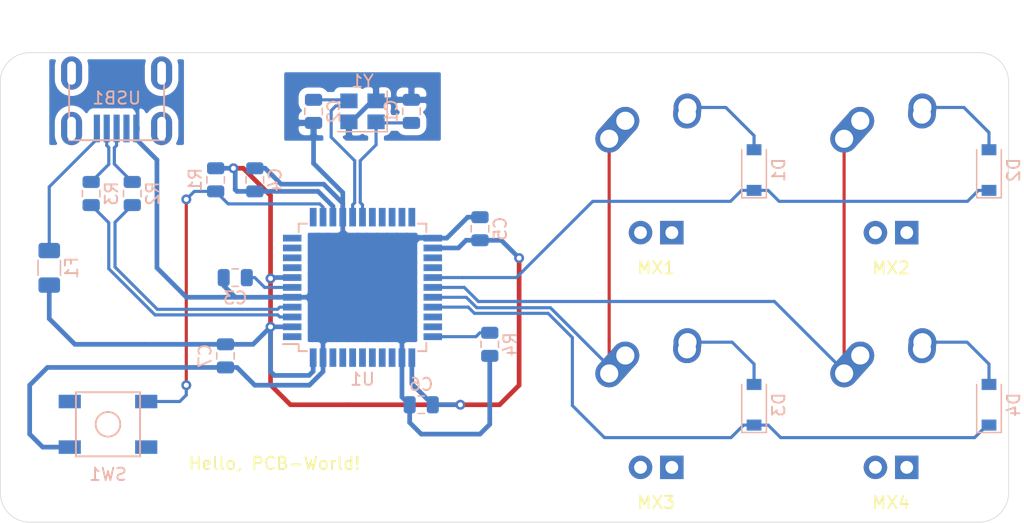
<source format=kicad_pcb>
(kicad_pcb (version 20171130) (host pcbnew "(5.1.4)-1")

  (general
    (thickness 1.6)
    (drawings 13)
    (tracks 234)
    (zones 0)
    (modules 24)
    (nets 45)
  )

  (page A4)
  (layers
    (0 F.Cu signal)
    (31 B.Cu signal)
    (32 B.Adhes user)
    (33 F.Adhes user)
    (34 B.Paste user)
    (35 F.Paste user)
    (36 B.SilkS user)
    (37 F.SilkS user)
    (38 B.Mask user)
    (39 F.Mask user)
    (40 Dwgs.User user)
    (41 Cmts.User user)
    (42 Eco1.User user)
    (43 Eco2.User user)
    (44 Edge.Cuts user)
    (45 Margin user)
    (46 B.CrtYd user)
    (47 F.CrtYd user)
    (48 B.Fab user)
    (49 F.Fab user)
  )

  (setup
    (last_trace_width 0.254)
    (trace_clearance 0.2)
    (zone_clearance 0.508)
    (zone_45_only no)
    (trace_min 0.2)
    (via_size 0.8)
    (via_drill 0.4)
    (via_min_size 0.4)
    (via_min_drill 0.3)
    (uvia_size 0.3)
    (uvia_drill 0.1)
    (uvias_allowed no)
    (uvia_min_size 0.2)
    (uvia_min_drill 0.1)
    (edge_width 0.05)
    (segment_width 0.2)
    (pcb_text_width 0.3)
    (pcb_text_size 1.5 1.5)
    (mod_edge_width 0.12)
    (mod_text_size 1 1)
    (mod_text_width 0.15)
    (pad_size 1.524 1.524)
    (pad_drill 0.762)
    (pad_to_mask_clearance 0.051)
    (solder_mask_min_width 0.25)
    (aux_axis_origin 0 0)
    (visible_elements 7FFFFFFF)
    (pcbplotparams
      (layerselection 0x010f0_ffffffff)
      (usegerberextensions false)
      (usegerberattributes false)
      (usegerberadvancedattributes false)
      (creategerberjobfile false)
      (excludeedgelayer true)
      (linewidth 0.100000)
      (plotframeref false)
      (viasonmask false)
      (mode 1)
      (useauxorigin false)
      (hpglpennumber 1)
      (hpglpenspeed 20)
      (hpglpendiameter 15.000000)
      (psnegative false)
      (psa4output false)
      (plotreference true)
      (plotvalue true)
      (plotinvisibletext false)
      (padsonsilk false)
      (subtractmaskfromsilk true)
      (outputformat 1)
      (mirror false)
      (drillshape 0)
      (scaleselection 1)
      (outputdirectory "Gerbers/"))
  )

  (net 0 "")
  (net 1 "Net-(C1-Pad2)")
  (net 2 GND)
  (net 3 "Net-(C2-Pad2)")
  (net 4 "Net-(C3-Pad2)")
  (net 5 +5V)
  (net 6 "Net-(D1-Pad2)")
  (net 7 ROW0)
  (net 8 "Net-(D2-Pad2)")
  (net 9 "Net-(D3-Pad2)")
  (net 10 ROW1)
  (net 11 "Net-(D4-Pad2)")
  (net 12 VCC)
  (net 13 COL0)
  (net 14 COL1)
  (net 15 "Net-(R1-Pad2)")
  (net 16 D+)
  (net 17 "Net-(R2-Pad1)")
  (net 18 D-)
  (net 19 "Net-(R3-Pad1)")
  (net 20 "Net-(R4-Pad2)")
  (net 21 "Net-(U1-Pad42)")
  (net 22 "Net-(U1-Pad41)")
  (net 23 "Net-(U1-Pad40)")
  (net 24 "Net-(U1-Pad39)")
  (net 25 "Net-(U1-Pad38)")
  (net 26 "Net-(U1-Pad37)")
  (net 27 "Net-(U1-Pad36)")
  (net 28 "Net-(U1-Pad32)")
  (net 29 "Net-(U1-Pad31)")
  (net 30 "Net-(U1-Pad26)")
  (net 31 "Net-(U1-Pad25)")
  (net 32 "Net-(U1-Pad22)")
  (net 33 "Net-(U1-Pad21)")
  (net 34 "Net-(U1-Pad20)")
  (net 35 "Net-(U1-Pad19)")
  (net 36 "Net-(U1-Pad18)")
  (net 37 "Net-(U1-Pad12)")
  (net 38 "Net-(U1-Pad11)")
  (net 39 "Net-(U1-Pad10)")
  (net 40 "Net-(U1-Pad9)")
  (net 41 "Net-(U1-Pad8)")
  (net 42 "Net-(U1-Pad1)")
  (net 43 "Net-(USB1-Pad6)")
  (net 44 "Net-(USB1-Pad2)")

  (net_class Default "This is the default net class."
    (clearance 0.2)
    (trace_width 0.254)
    (via_dia 0.8)
    (via_drill 0.4)
    (uvia_dia 0.3)
    (uvia_drill 0.1)
    (add_net COL0)
    (add_net COL1)
    (add_net D+)
    (add_net D-)
    (add_net "Net-(C1-Pad2)")
    (add_net "Net-(C2-Pad2)")
    (add_net "Net-(C3-Pad2)")
    (add_net "Net-(D1-Pad2)")
    (add_net "Net-(D2-Pad2)")
    (add_net "Net-(D3-Pad2)")
    (add_net "Net-(D4-Pad2)")
    (add_net "Net-(R1-Pad2)")
    (add_net "Net-(R2-Pad1)")
    (add_net "Net-(R3-Pad1)")
    (add_net "Net-(R4-Pad2)")
    (add_net "Net-(U1-Pad1)")
    (add_net "Net-(U1-Pad10)")
    (add_net "Net-(U1-Pad11)")
    (add_net "Net-(U1-Pad12)")
    (add_net "Net-(U1-Pad18)")
    (add_net "Net-(U1-Pad19)")
    (add_net "Net-(U1-Pad20)")
    (add_net "Net-(U1-Pad21)")
    (add_net "Net-(U1-Pad22)")
    (add_net "Net-(U1-Pad25)")
    (add_net "Net-(U1-Pad26)")
    (add_net "Net-(U1-Pad31)")
    (add_net "Net-(U1-Pad32)")
    (add_net "Net-(U1-Pad36)")
    (add_net "Net-(U1-Pad37)")
    (add_net "Net-(U1-Pad38)")
    (add_net "Net-(U1-Pad39)")
    (add_net "Net-(U1-Pad40)")
    (add_net "Net-(U1-Pad41)")
    (add_net "Net-(U1-Pad42)")
    (add_net "Net-(U1-Pad8)")
    (add_net "Net-(U1-Pad9)")
    (add_net "Net-(USB1-Pad2)")
    (add_net "Net-(USB1-Pad6)")
    (add_net ROW0)
    (add_net ROW1)
    (add_net VCC)
  )

  (net_class Power ""
    (clearance 0.2)
    (trace_width 0.381)
    (via_dia 0.8)
    (via_drill 0.4)
    (uvia_dia 0.3)
    (uvia_drill 0.1)
    (add_net +5V)
    (add_net GND)
  )

  (module random-keyboard-parts:Molex-0548190589 (layer B.Cu) (tedit 5C494815) (tstamp 5F216D40)
    (at 132.461 81.026 270)
    (path /5F2454B1)
    (attr smd)
    (fp_text reference USB1 (at 2.032 0 180) (layer B.SilkS)
      (effects (font (size 1 1) (thickness 0.15)) (justify mirror))
    )
    (fp_text value Molex-0548190589 (at -5.08 0 180) (layer Dwgs.User)
      (effects (font (size 1 1) (thickness 0.15)))
    )
    (fp_text user %R (at 2 0 180) (layer B.CrtYd)
      (effects (font (size 1 1) (thickness 0.15)) (justify mirror))
    )
    (fp_line (start 3.25 1.25) (end 5.5 1.25) (layer B.CrtYd) (width 0.15))
    (fp_line (start 5.5 0.5) (end 3.25 0.5) (layer B.CrtYd) (width 0.15))
    (fp_line (start 3.25 -0.5) (end 5.5 -0.5) (layer B.CrtYd) (width 0.15))
    (fp_line (start 5.5 -1.25) (end 3.25 -1.25) (layer B.CrtYd) (width 0.15))
    (fp_line (start 5.5 -2) (end 5.5 2) (layer B.CrtYd) (width 0.15))
    (fp_line (start 3.25 -2) (end 5.5 -2) (layer B.CrtYd) (width 0.15))
    (fp_line (start 3.25 2) (end 3.25 -2) (layer B.CrtYd) (width 0.15))
    (fp_line (start 5.5 2) (end 3.25 2) (layer B.CrtYd) (width 0.15))
    (fp_line (start -3.75 -3.75) (end -3.75 3.75) (layer B.CrtYd) (width 0.15))
    (fp_line (start 5.5 -3.75) (end -3.75 -3.75) (layer B.CrtYd) (width 0.15))
    (fp_line (start 5.5 3.75) (end 5.5 -3.75) (layer B.CrtYd) (width 0.15))
    (fp_line (start -3.75 3.75) (end 5.5 3.75) (layer B.CrtYd) (width 0.15))
    (fp_line (start 0 3.85) (end 5.45 3.85) (layer B.SilkS) (width 0.15))
    (fp_line (start 0 -3.85) (end 5.45 -3.85) (layer B.SilkS) (width 0.15))
    (fp_line (start 5.45 3.85) (end 5.45 -3.85) (layer B.SilkS) (width 0.15))
    (fp_line (start -3.75 3.85) (end 0 3.85) (layer Dwgs.User) (width 0.15))
    (fp_line (start -3.75 -3.85) (end 0 -3.85) (layer Dwgs.User) (width 0.15))
    (fp_line (start -1.75 4.572) (end -1.75 -4.572) (layer Dwgs.User) (width 0.15))
    (fp_line (start -3.75 3.85) (end -3.75 -3.85) (layer Dwgs.User) (width 0.15))
    (pad 6 thru_hole oval (at 0 3.65 270) (size 2.7 1.7) (drill oval 1.9 0.7) (layers *.Cu *.Mask)
      (net 43 "Net-(USB1-Pad6)"))
    (pad 6 thru_hole oval (at 0 -3.65 270) (size 2.7 1.7) (drill oval 1.9 0.7) (layers *.Cu *.Mask)
      (net 43 "Net-(USB1-Pad6)"))
    (pad 6 thru_hole oval (at 4.5 -3.65 270) (size 2.7 1.7) (drill oval 1.9 0.7) (layers *.Cu *.Mask)
      (net 43 "Net-(USB1-Pad6)"))
    (pad 6 thru_hole oval (at 4.5 3.65 270) (size 2.7 1.7) (drill oval 1.9 0.7) (layers *.Cu *.Mask)
      (net 43 "Net-(USB1-Pad6)"))
    (pad 5 smd rect (at 4.5 1.6 270) (size 2.25 0.5) (layers B.Cu B.Paste B.Mask)
      (net 12 VCC))
    (pad 4 smd rect (at 4.5 0.8 270) (size 2.25 0.5) (layers B.Cu B.Paste B.Mask)
      (net 18 D-))
    (pad 3 smd rect (at 4.5 0 270) (size 2.25 0.5) (layers B.Cu B.Paste B.Mask)
      (net 16 D+))
    (pad 2 smd rect (at 4.5 -0.8 270) (size 2.25 0.5) (layers B.Cu B.Paste B.Mask)
      (net 44 "Net-(USB1-Pad2)"))
    (pad 1 smd rect (at 4.5 -1.6 270) (size 2.25 0.5) (layers B.Cu B.Paste B.Mask)
      (net 2 GND))
  )

  (module Crystal:Crystal_SMD_3225-4Pin_3.2x2.5mm (layer B.Cu) (tedit 5A0FD1B2) (tstamp 5F213CC8)
    (at 152.4 84.1375 180)
    (descr "SMD Crystal SERIES SMD3225/4 http://www.txccrystal.com/images/pdf/7m-accuracy.pdf, 3.2x2.5mm^2 package")
    (tags "SMD SMT crystal")
    (path /5F22C85F)
    (attr smd)
    (fp_text reference Y1 (at 0 2.45) (layer B.SilkS)
      (effects (font (size 1 1) (thickness 0.15)) (justify mirror))
    )
    (fp_text value 16MHz (at 0 -2.45) (layer B.Fab)
      (effects (font (size 1 1) (thickness 0.15)) (justify mirror))
    )
    (fp_line (start 2.1 1.7) (end -2.1 1.7) (layer B.CrtYd) (width 0.05))
    (fp_line (start 2.1 -1.7) (end 2.1 1.7) (layer B.CrtYd) (width 0.05))
    (fp_line (start -2.1 -1.7) (end 2.1 -1.7) (layer B.CrtYd) (width 0.05))
    (fp_line (start -2.1 1.7) (end -2.1 -1.7) (layer B.CrtYd) (width 0.05))
    (fp_line (start -2 -1.65) (end 2 -1.65) (layer B.SilkS) (width 0.12))
    (fp_line (start -2 1.65) (end -2 -1.65) (layer B.SilkS) (width 0.12))
    (fp_line (start -1.6 -0.25) (end -0.6 -1.25) (layer B.Fab) (width 0.1))
    (fp_line (start 1.6 1.25) (end -1.6 1.25) (layer B.Fab) (width 0.1))
    (fp_line (start 1.6 -1.25) (end 1.6 1.25) (layer B.Fab) (width 0.1))
    (fp_line (start -1.6 -1.25) (end 1.6 -1.25) (layer B.Fab) (width 0.1))
    (fp_line (start -1.6 1.25) (end -1.6 -1.25) (layer B.Fab) (width 0.1))
    (fp_text user %R (at 0 0) (layer B.Fab)
      (effects (font (size 0.7 0.7) (thickness 0.105)) (justify mirror))
    )
    (pad 4 smd rect (at -1.1 0.85 180) (size 1.4 1.2) (layers B.Cu B.Paste B.Mask)
      (net 2 GND))
    (pad 3 smd rect (at 1.1 0.85 180) (size 1.4 1.2) (layers B.Cu B.Paste B.Mask)
      (net 3 "Net-(C2-Pad2)"))
    (pad 2 smd rect (at 1.1 -0.85 180) (size 1.4 1.2) (layers B.Cu B.Paste B.Mask)
      (net 2 GND))
    (pad 1 smd rect (at -1.1 -0.85 180) (size 1.4 1.2) (layers B.Cu B.Paste B.Mask)
      (net 1 "Net-(C1-Pad2)"))
    (model ${KISYS3DMOD}/Crystal.3dshapes/Crystal_SMD_3225-4Pin_3.2x2.5mm.wrl
      (at (xyz 0 0 0))
      (scale (xyz 1 1 1))
      (rotate (xyz 0 0 0))
    )
  )

  (module Package_QFP:TQFP-44_10x10mm_P0.8mm (layer B.Cu) (tedit 5A02F146) (tstamp 5F215FB9)
    (at 152.4 98.425)
    (descr "44-Lead Plastic Thin Quad Flatpack (PT) - 10x10x1.0 mm Body [TQFP] (see Microchip Packaging Specification 00000049BS.pdf)")
    (tags "QFP 0.8")
    (path /5F206649)
    (attr smd)
    (fp_text reference U1 (at 0 7.45) (layer B.SilkS)
      (effects (font (size 1 1) (thickness 0.15)) (justify mirror))
    )
    (fp_text value ATmega32U4-AU (at 0 -7.45) (layer B.Fab)
      (effects (font (size 1 1) (thickness 0.15)) (justify mirror))
    )
    (fp_line (start -5.175 4.6) (end -6.45 4.6) (layer B.SilkS) (width 0.15))
    (fp_line (start 5.175 5.175) (end 4.5 5.175) (layer B.SilkS) (width 0.15))
    (fp_line (start 5.175 -5.175) (end 4.5 -5.175) (layer B.SilkS) (width 0.15))
    (fp_line (start -5.175 -5.175) (end -4.5 -5.175) (layer B.SilkS) (width 0.15))
    (fp_line (start -5.175 5.175) (end -4.5 5.175) (layer B.SilkS) (width 0.15))
    (fp_line (start -5.175 -5.175) (end -5.175 -4.5) (layer B.SilkS) (width 0.15))
    (fp_line (start 5.175 -5.175) (end 5.175 -4.5) (layer B.SilkS) (width 0.15))
    (fp_line (start 5.175 5.175) (end 5.175 4.5) (layer B.SilkS) (width 0.15))
    (fp_line (start -5.175 5.175) (end -5.175 4.6) (layer B.SilkS) (width 0.15))
    (fp_line (start -6.7 -6.7) (end 6.7 -6.7) (layer B.CrtYd) (width 0.05))
    (fp_line (start -6.7 6.7) (end 6.7 6.7) (layer B.CrtYd) (width 0.05))
    (fp_line (start 6.7 6.7) (end 6.7 -6.7) (layer B.CrtYd) (width 0.05))
    (fp_line (start -6.7 6.7) (end -6.7 -6.7) (layer B.CrtYd) (width 0.05))
    (fp_line (start -5 4) (end -4 5) (layer B.Fab) (width 0.15))
    (fp_line (start -5 -5) (end -5 4) (layer B.Fab) (width 0.15))
    (fp_line (start 5 -5) (end -5 -5) (layer B.Fab) (width 0.15))
    (fp_line (start 5 5) (end 5 -5) (layer B.Fab) (width 0.15))
    (fp_line (start -4 5) (end 5 5) (layer B.Fab) (width 0.15))
    (fp_text user %R (at 0 0) (layer B.Fab)
      (effects (font (size 1 1) (thickness 0.15)) (justify mirror))
    )
    (pad 44 smd rect (at -4 5.7 270) (size 1.5 0.55) (layers B.Cu B.Paste B.Mask)
      (net 5 +5V))
    (pad 43 smd rect (at -3.2 5.7 270) (size 1.5 0.55) (layers B.Cu B.Paste B.Mask)
      (net 2 GND))
    (pad 42 smd rect (at -2.4 5.7 270) (size 1.5 0.55) (layers B.Cu B.Paste B.Mask)
      (net 21 "Net-(U1-Pad42)"))
    (pad 41 smd rect (at -1.6 5.7 270) (size 1.5 0.55) (layers B.Cu B.Paste B.Mask)
      (net 22 "Net-(U1-Pad41)"))
    (pad 40 smd rect (at -0.8 5.7 270) (size 1.5 0.55) (layers B.Cu B.Paste B.Mask)
      (net 23 "Net-(U1-Pad40)"))
    (pad 39 smd rect (at 0 5.7 270) (size 1.5 0.55) (layers B.Cu B.Paste B.Mask)
      (net 24 "Net-(U1-Pad39)"))
    (pad 38 smd rect (at 0.8 5.7 270) (size 1.5 0.55) (layers B.Cu B.Paste B.Mask)
      (net 25 "Net-(U1-Pad38)"))
    (pad 37 smd rect (at 1.6 5.7 270) (size 1.5 0.55) (layers B.Cu B.Paste B.Mask)
      (net 26 "Net-(U1-Pad37)"))
    (pad 36 smd rect (at 2.4 5.7 270) (size 1.5 0.55) (layers B.Cu B.Paste B.Mask)
      (net 27 "Net-(U1-Pad36)"))
    (pad 35 smd rect (at 3.2 5.7 270) (size 1.5 0.55) (layers B.Cu B.Paste B.Mask)
      (net 2 GND))
    (pad 34 smd rect (at 4 5.7 270) (size 1.5 0.55) (layers B.Cu B.Paste B.Mask)
      (net 5 +5V))
    (pad 33 smd rect (at 5.7 4) (size 1.5 0.55) (layers B.Cu B.Paste B.Mask)
      (net 20 "Net-(R4-Pad2)"))
    (pad 32 smd rect (at 5.7 3.2) (size 1.5 0.55) (layers B.Cu B.Paste B.Mask)
      (net 28 "Net-(U1-Pad32)"))
    (pad 31 smd rect (at 5.7 2.4) (size 1.5 0.55) (layers B.Cu B.Paste B.Mask)
      (net 29 "Net-(U1-Pad31)"))
    (pad 30 smd rect (at 5.7 1.6) (size 1.5 0.55) (layers B.Cu B.Paste B.Mask)
      (net 10 ROW1))
    (pad 29 smd rect (at 5.7 0.8) (size 1.5 0.55) (layers B.Cu B.Paste B.Mask)
      (net 13 COL0))
    (pad 28 smd rect (at 5.7 0) (size 1.5 0.55) (layers B.Cu B.Paste B.Mask)
      (net 14 COL1))
    (pad 27 smd rect (at 5.7 -0.8) (size 1.5 0.55) (layers B.Cu B.Paste B.Mask)
      (net 7 ROW0))
    (pad 26 smd rect (at 5.7 -1.6) (size 1.5 0.55) (layers B.Cu B.Paste B.Mask)
      (net 30 "Net-(U1-Pad26)"))
    (pad 25 smd rect (at 5.7 -2.4) (size 1.5 0.55) (layers B.Cu B.Paste B.Mask)
      (net 31 "Net-(U1-Pad25)"))
    (pad 24 smd rect (at 5.7 -3.2) (size 1.5 0.55) (layers B.Cu B.Paste B.Mask)
      (net 5 +5V))
    (pad 23 smd rect (at 5.7 -4) (size 1.5 0.55) (layers B.Cu B.Paste B.Mask)
      (net 2 GND))
    (pad 22 smd rect (at 4 -5.7 270) (size 1.5 0.55) (layers B.Cu B.Paste B.Mask)
      (net 32 "Net-(U1-Pad22)"))
    (pad 21 smd rect (at 3.2 -5.7 270) (size 1.5 0.55) (layers B.Cu B.Paste B.Mask)
      (net 33 "Net-(U1-Pad21)"))
    (pad 20 smd rect (at 2.4 -5.7 270) (size 1.5 0.55) (layers B.Cu B.Paste B.Mask)
      (net 34 "Net-(U1-Pad20)"))
    (pad 19 smd rect (at 1.6 -5.7 270) (size 1.5 0.55) (layers B.Cu B.Paste B.Mask)
      (net 35 "Net-(U1-Pad19)"))
    (pad 18 smd rect (at 0.8 -5.7 270) (size 1.5 0.55) (layers B.Cu B.Paste B.Mask)
      (net 36 "Net-(U1-Pad18)"))
    (pad 17 smd rect (at 0 -5.7 270) (size 1.5 0.55) (layers B.Cu B.Paste B.Mask)
      (net 1 "Net-(C1-Pad2)"))
    (pad 16 smd rect (at -0.8 -5.7 270) (size 1.5 0.55) (layers B.Cu B.Paste B.Mask)
      (net 3 "Net-(C2-Pad2)"))
    (pad 15 smd rect (at -1.6 -5.7 270) (size 1.5 0.55) (layers B.Cu B.Paste B.Mask)
      (net 2 GND))
    (pad 14 smd rect (at -2.4 -5.7 270) (size 1.5 0.55) (layers B.Cu B.Paste B.Mask)
      (net 5 +5V))
    (pad 13 smd rect (at -3.2 -5.7 270) (size 1.5 0.55) (layers B.Cu B.Paste B.Mask)
      (net 15 "Net-(R1-Pad2)"))
    (pad 12 smd rect (at -4 -5.7 270) (size 1.5 0.55) (layers B.Cu B.Paste B.Mask)
      (net 37 "Net-(U1-Pad12)"))
    (pad 11 smd rect (at -5.7 -4) (size 1.5 0.55) (layers B.Cu B.Paste B.Mask)
      (net 38 "Net-(U1-Pad11)"))
    (pad 10 smd rect (at -5.7 -3.2) (size 1.5 0.55) (layers B.Cu B.Paste B.Mask)
      (net 39 "Net-(U1-Pad10)"))
    (pad 9 smd rect (at -5.7 -2.4) (size 1.5 0.55) (layers B.Cu B.Paste B.Mask)
      (net 40 "Net-(U1-Pad9)"))
    (pad 8 smd rect (at -5.7 -1.6) (size 1.5 0.55) (layers B.Cu B.Paste B.Mask)
      (net 41 "Net-(U1-Pad8)"))
    (pad 7 smd rect (at -5.7 -0.8) (size 1.5 0.55) (layers B.Cu B.Paste B.Mask)
      (net 5 +5V))
    (pad 6 smd rect (at -5.7 0) (size 1.5 0.55) (layers B.Cu B.Paste B.Mask)
      (net 4 "Net-(C3-Pad2)"))
    (pad 5 smd rect (at -5.7 0.8) (size 1.5 0.55) (layers B.Cu B.Paste B.Mask)
      (net 2 GND))
    (pad 4 smd rect (at -5.7 1.6) (size 1.5 0.55) (layers B.Cu B.Paste B.Mask)
      (net 17 "Net-(R2-Pad1)"))
    (pad 3 smd rect (at -5.7 2.4) (size 1.5 0.55) (layers B.Cu B.Paste B.Mask)
      (net 19 "Net-(R3-Pad1)"))
    (pad 2 smd rect (at -5.7 3.2) (size 1.5 0.55) (layers B.Cu B.Paste B.Mask)
      (net 5 +5V))
    (pad 1 smd rect (at -5.7 4) (size 1.5 0.55) (layers B.Cu B.Paste B.Mask)
      (net 42 "Net-(U1-Pad1)"))
    (model ${KISYS3DMOD}/Package_QFP.3dshapes/TQFP-44_10x10mm_P0.8mm.wrl
      (at (xyz 0 0 0))
      (scale (xyz 1 1 1))
      (rotate (xyz 0 0 0))
    )
  )

  (module random-keyboard-parts:SKQG-1155865 (layer B.Cu) (tedit 5E62B398) (tstamp 5F213C51)
    (at 131.7625 109.5375 180)
    (path /5F23A1D5)
    (attr smd)
    (fp_text reference SW1 (at 0 -4.064) (layer B.SilkS)
      (effects (font (size 1 1) (thickness 0.15)) (justify mirror))
    )
    (fp_text value SW_Push (at 0 4.064) (layer B.Fab)
      (effects (font (size 1 1) (thickness 0.15)) (justify mirror))
    )
    (fp_line (start -2.6 2.6) (end 2.6 2.6) (layer B.SilkS) (width 0.15))
    (fp_line (start 2.6 2.6) (end 2.6 -2.6) (layer B.SilkS) (width 0.15))
    (fp_line (start 2.6 -2.6) (end -2.6 -2.6) (layer B.SilkS) (width 0.15))
    (fp_line (start -2.6 -2.6) (end -2.6 2.6) (layer B.SilkS) (width 0.15))
    (fp_circle (center 0 0) (end 1 0) (layer B.SilkS) (width 0.15))
    (fp_line (start -4.2 2.6) (end 4.2 2.6) (layer B.Fab) (width 0.15))
    (fp_line (start 4.2 2.6) (end 4.2 1.2) (layer B.Fab) (width 0.15))
    (fp_line (start 4.2 1.1) (end 2.6 1.1) (layer B.Fab) (width 0.15))
    (fp_line (start 2.6 1.1) (end 2.6 -1.1) (layer B.Fab) (width 0.15))
    (fp_line (start 2.6 -1.1) (end 4.2 -1.1) (layer B.Fab) (width 0.15))
    (fp_line (start 4.2 -1.1) (end 4.2 -2.6) (layer B.Fab) (width 0.15))
    (fp_line (start 4.2 -2.6) (end -4.2 -2.6) (layer B.Fab) (width 0.15))
    (fp_line (start -4.2 -2.6) (end -4.2 -1.1) (layer B.Fab) (width 0.15))
    (fp_line (start -4.2 -1.1) (end -2.6 -1.1) (layer B.Fab) (width 0.15))
    (fp_line (start -2.6 -1.1) (end -2.6 1.1) (layer B.Fab) (width 0.15))
    (fp_line (start -2.6 1.1) (end -4.2 1.1) (layer B.Fab) (width 0.15))
    (fp_line (start -4.2 1.1) (end -4.2 2.6) (layer B.Fab) (width 0.15))
    (fp_circle (center 0 0) (end 1 0) (layer B.Fab) (width 0.15))
    (fp_line (start -2.6 1.1) (end -1.1 2.6) (layer B.Fab) (width 0.15))
    (fp_line (start 2.6 1.1) (end 1.1 2.6) (layer B.Fab) (width 0.15))
    (fp_line (start 2.6 -1.1) (end 1.1 -2.6) (layer B.Fab) (width 0.15))
    (fp_line (start -2.6 -1.1) (end -1.1 -2.6) (layer B.Fab) (width 0.15))
    (pad 4 smd rect (at -3.1 -1.85 180) (size 1.8 1.1) (layers B.Cu B.Paste B.Mask))
    (pad 3 smd rect (at 3.1 1.85 180) (size 1.8 1.1) (layers B.Cu B.Paste B.Mask))
    (pad 2 smd rect (at -3.1 1.85 180) (size 1.8 1.1) (layers B.Cu B.Paste B.Mask)
      (net 15 "Net-(R1-Pad2)"))
    (pad 1 smd rect (at 3.1 -1.85 180) (size 1.8 1.1) (layers B.Cu B.Paste B.Mask)
      (net 2 GND))
    (model ${KISYS3DMOD}/Button_Switch_SMD.3dshapes/SW_SPST_TL3342.step
      (at (xyz 0 0 0))
      (scale (xyz 1 1 1))
      (rotate (xyz 0 0 0))
    )
  )

  (module Resistor_SMD:R_0805_2012Metric (layer B.Cu) (tedit 5B36C52B) (tstamp 5F213C33)
    (at 162.71875 103.04375 90)
    (descr "Resistor SMD 0805 (2012 Metric), square (rectangular) end terminal, IPC_7351 nominal, (Body size source: https://docs.google.com/spreadsheets/d/1BsfQQcO9C6DZCsRaXUlFlo91Tg2WpOkGARC1WS5S8t0/edit?usp=sharing), generated with kicad-footprint-generator")
    (tags resistor)
    (path /5F211B4A)
    (attr smd)
    (fp_text reference R4 (at 0 1.65 90) (layer B.SilkS)
      (effects (font (size 1 1) (thickness 0.15)) (justify mirror))
    )
    (fp_text value 10k (at 0 -1.65 90) (layer B.Fab)
      (effects (font (size 1 1) (thickness 0.15)) (justify mirror))
    )
    (fp_text user %R (at 0 0 90) (layer B.Fab)
      (effects (font (size 0.5 0.5) (thickness 0.08)) (justify mirror))
    )
    (fp_line (start 1.68 -0.95) (end -1.68 -0.95) (layer B.CrtYd) (width 0.05))
    (fp_line (start 1.68 0.95) (end 1.68 -0.95) (layer B.CrtYd) (width 0.05))
    (fp_line (start -1.68 0.95) (end 1.68 0.95) (layer B.CrtYd) (width 0.05))
    (fp_line (start -1.68 -0.95) (end -1.68 0.95) (layer B.CrtYd) (width 0.05))
    (fp_line (start -0.258578 -0.71) (end 0.258578 -0.71) (layer B.SilkS) (width 0.12))
    (fp_line (start -0.258578 0.71) (end 0.258578 0.71) (layer B.SilkS) (width 0.12))
    (fp_line (start 1 -0.6) (end -1 -0.6) (layer B.Fab) (width 0.1))
    (fp_line (start 1 0.6) (end 1 -0.6) (layer B.Fab) (width 0.1))
    (fp_line (start -1 0.6) (end 1 0.6) (layer B.Fab) (width 0.1))
    (fp_line (start -1 -0.6) (end -1 0.6) (layer B.Fab) (width 0.1))
    (pad 2 smd roundrect (at 0.9375 0 90) (size 0.975 1.4) (layers B.Cu B.Paste B.Mask) (roundrect_rratio 0.25)
      (net 20 "Net-(R4-Pad2)"))
    (pad 1 smd roundrect (at -0.9375 0 90) (size 0.975 1.4) (layers B.Cu B.Paste B.Mask) (roundrect_rratio 0.25)
      (net 2 GND))
    (model ${KISYS3DMOD}/Resistor_SMD.3dshapes/R_0805_2012Metric.wrl
      (at (xyz 0 0 0))
      (scale (xyz 1 1 1))
      (rotate (xyz 0 0 0))
    )
  )

  (module Resistor_SMD:R_0805_2012Metric (layer B.Cu) (tedit 5B36C52B) (tstamp 5F2137D5)
    (at 130.39725 90.805 90)
    (descr "Resistor SMD 0805 (2012 Metric), square (rectangular) end terminal, IPC_7351 nominal, (Body size source: https://docs.google.com/spreadsheets/d/1BsfQQcO9C6DZCsRaXUlFlo91Tg2WpOkGARC1WS5S8t0/edit?usp=sharing), generated with kicad-footprint-generator")
    (tags resistor)
    (path /5F215D6B)
    (attr smd)
    (fp_text reference R3 (at 0 1.65 90) (layer B.SilkS)
      (effects (font (size 1 1) (thickness 0.15)) (justify mirror))
    )
    (fp_text value 22 (at 0 -1.65 90) (layer B.Fab)
      (effects (font (size 1 1) (thickness 0.15)) (justify mirror))
    )
    (fp_text user %R (at 0 0 90) (layer B.Fab)
      (effects (font (size 0.5 0.5) (thickness 0.08)) (justify mirror))
    )
    (fp_line (start 1.68 -0.95) (end -1.68 -0.95) (layer B.CrtYd) (width 0.05))
    (fp_line (start 1.68 0.95) (end 1.68 -0.95) (layer B.CrtYd) (width 0.05))
    (fp_line (start -1.68 0.95) (end 1.68 0.95) (layer B.CrtYd) (width 0.05))
    (fp_line (start -1.68 -0.95) (end -1.68 0.95) (layer B.CrtYd) (width 0.05))
    (fp_line (start -0.258578 -0.71) (end 0.258578 -0.71) (layer B.SilkS) (width 0.12))
    (fp_line (start -0.258578 0.71) (end 0.258578 0.71) (layer B.SilkS) (width 0.12))
    (fp_line (start 1 -0.6) (end -1 -0.6) (layer B.Fab) (width 0.1))
    (fp_line (start 1 0.6) (end 1 -0.6) (layer B.Fab) (width 0.1))
    (fp_line (start -1 0.6) (end 1 0.6) (layer B.Fab) (width 0.1))
    (fp_line (start -1 -0.6) (end -1 0.6) (layer B.Fab) (width 0.1))
    (pad 2 smd roundrect (at 0.9375 0 90) (size 0.975 1.4) (layers B.Cu B.Paste B.Mask) (roundrect_rratio 0.25)
      (net 18 D-))
    (pad 1 smd roundrect (at -0.9375 0 90) (size 0.975 1.4) (layers B.Cu B.Paste B.Mask) (roundrect_rratio 0.25)
      (net 19 "Net-(R3-Pad1)"))
    (model ${KISYS3DMOD}/Resistor_SMD.3dshapes/R_0805_2012Metric.wrl
      (at (xyz 0 0 0))
      (scale (xyz 1 1 1))
      (rotate (xyz 0 0 0))
    )
  )

  (module Resistor_SMD:R_0805_2012Metric (layer B.Cu) (tedit 5B36C52B) (tstamp 5F213C5A)
    (at 133.731 90.805 90)
    (descr "Resistor SMD 0805 (2012 Metric), square (rectangular) end terminal, IPC_7351 nominal, (Body size source: https://docs.google.com/spreadsheets/d/1BsfQQcO9C6DZCsRaXUlFlo91Tg2WpOkGARC1WS5S8t0/edit?usp=sharing), generated with kicad-footprint-generator")
    (tags resistor)
    (path /5F2152DE)
    (attr smd)
    (fp_text reference R2 (at 0 1.65 90) (layer B.SilkS)
      (effects (font (size 1 1) (thickness 0.15)) (justify mirror))
    )
    (fp_text value 22 (at 0 -1.65 90) (layer B.Fab)
      (effects (font (size 1 1) (thickness 0.15)) (justify mirror))
    )
    (fp_text user %R (at 0 0 90) (layer B.Fab)
      (effects (font (size 0.5 0.5) (thickness 0.08)) (justify mirror))
    )
    (fp_line (start 1.68 -0.95) (end -1.68 -0.95) (layer B.CrtYd) (width 0.05))
    (fp_line (start 1.68 0.95) (end 1.68 -0.95) (layer B.CrtYd) (width 0.05))
    (fp_line (start -1.68 0.95) (end 1.68 0.95) (layer B.CrtYd) (width 0.05))
    (fp_line (start -1.68 -0.95) (end -1.68 0.95) (layer B.CrtYd) (width 0.05))
    (fp_line (start -0.258578 -0.71) (end 0.258578 -0.71) (layer B.SilkS) (width 0.12))
    (fp_line (start -0.258578 0.71) (end 0.258578 0.71) (layer B.SilkS) (width 0.12))
    (fp_line (start 1 -0.6) (end -1 -0.6) (layer B.Fab) (width 0.1))
    (fp_line (start 1 0.6) (end 1 -0.6) (layer B.Fab) (width 0.1))
    (fp_line (start -1 0.6) (end 1 0.6) (layer B.Fab) (width 0.1))
    (fp_line (start -1 -0.6) (end -1 0.6) (layer B.Fab) (width 0.1))
    (pad 2 smd roundrect (at 0.9375 0 90) (size 0.975 1.4) (layers B.Cu B.Paste B.Mask) (roundrect_rratio 0.25)
      (net 16 D+))
    (pad 1 smd roundrect (at -0.9375 0 90) (size 0.975 1.4) (layers B.Cu B.Paste B.Mask) (roundrect_rratio 0.25)
      (net 17 "Net-(R2-Pad1)"))
    (model ${KISYS3DMOD}/Resistor_SMD.3dshapes/R_0805_2012Metric.wrl
      (at (xyz 0 0 0))
      (scale (xyz 1 1 1))
      (rotate (xyz 0 0 0))
    )
  )

  (module Resistor_SMD:R_0805_2012Metric (layer B.Cu) (tedit 5B36C52B) (tstamp 5F213C00)
    (at 140.49375 89.69375 270)
    (descr "Resistor SMD 0805 (2012 Metric), square (rectangular) end terminal, IPC_7351 nominal, (Body size source: https://docs.google.com/spreadsheets/d/1BsfQQcO9C6DZCsRaXUlFlo91Tg2WpOkGARC1WS5S8t0/edit?usp=sharing), generated with kicad-footprint-generator")
    (tags resistor)
    (path /5F23E53A)
    (attr smd)
    (fp_text reference R1 (at 0 1.65 90) (layer B.SilkS)
      (effects (font (size 1 1) (thickness 0.15)) (justify mirror))
    )
    (fp_text value 10k (at 0 -1.65 90) (layer B.Fab)
      (effects (font (size 1 1) (thickness 0.15)) (justify mirror))
    )
    (fp_text user %R (at 0 0 90) (layer B.Fab)
      (effects (font (size 0.5 0.5) (thickness 0.08)) (justify mirror))
    )
    (fp_line (start 1.68 -0.95) (end -1.68 -0.95) (layer B.CrtYd) (width 0.05))
    (fp_line (start 1.68 0.95) (end 1.68 -0.95) (layer B.CrtYd) (width 0.05))
    (fp_line (start -1.68 0.95) (end 1.68 0.95) (layer B.CrtYd) (width 0.05))
    (fp_line (start -1.68 -0.95) (end -1.68 0.95) (layer B.CrtYd) (width 0.05))
    (fp_line (start -0.258578 -0.71) (end 0.258578 -0.71) (layer B.SilkS) (width 0.12))
    (fp_line (start -0.258578 0.71) (end 0.258578 0.71) (layer B.SilkS) (width 0.12))
    (fp_line (start 1 -0.6) (end -1 -0.6) (layer B.Fab) (width 0.1))
    (fp_line (start 1 0.6) (end 1 -0.6) (layer B.Fab) (width 0.1))
    (fp_line (start -1 0.6) (end 1 0.6) (layer B.Fab) (width 0.1))
    (fp_line (start -1 -0.6) (end -1 0.6) (layer B.Fab) (width 0.1))
    (pad 2 smd roundrect (at 0.9375 0 270) (size 0.975 1.4) (layers B.Cu B.Paste B.Mask) (roundrect_rratio 0.25)
      (net 15 "Net-(R1-Pad2)"))
    (pad 1 smd roundrect (at -0.9375 0 270) (size 0.975 1.4) (layers B.Cu B.Paste B.Mask) (roundrect_rratio 0.25)
      (net 5 +5V))
    (model ${KISYS3DMOD}/Resistor_SMD.3dshapes/R_0805_2012Metric.wrl
      (at (xyz 0 0 0))
      (scale (xyz 1 1 1))
      (rotate (xyz 0 0 0))
    )
  )

  (module MX_Alps_Hybrid:MX-1U (layer F.Cu) (tedit 5A9F3A9A) (tstamp 5F213BEF)
    (at 195.2625 107.95)
    (path /5F25AA31)
    (fp_text reference MX4 (at 0 3.175) (layer Dwgs.User)
      (effects (font (size 1 1) (thickness 0.15)))
    )
    (fp_text value MX-NoLED (at 0 -7.9375) (layer Dwgs.User)
      (effects (font (size 1 1) (thickness 0.15)))
    )
    (fp_line (start -9.525 9.525) (end -9.525 -9.525) (layer Dwgs.User) (width 0.15))
    (fp_line (start 9.525 9.525) (end -9.525 9.525) (layer Dwgs.User) (width 0.15))
    (fp_line (start 9.525 -9.525) (end 9.525 9.525) (layer Dwgs.User) (width 0.15))
    (fp_line (start -9.525 -9.525) (end 9.525 -9.525) (layer Dwgs.User) (width 0.15))
    (fp_line (start -7 -7) (end -7 -5) (layer Dwgs.User) (width 0.15))
    (fp_line (start -5 -7) (end -7 -7) (layer Dwgs.User) (width 0.15))
    (fp_line (start -7 7) (end -5 7) (layer Dwgs.User) (width 0.15))
    (fp_line (start -7 5) (end -7 7) (layer Dwgs.User) (width 0.15))
    (fp_line (start 7 7) (end 7 5) (layer Dwgs.User) (width 0.15))
    (fp_line (start 5 7) (end 7 7) (layer Dwgs.User) (width 0.15))
    (fp_line (start 7 -7) (end 7 -5) (layer Dwgs.User) (width 0.15))
    (fp_line (start 5 -7) (end 7 -7) (layer Dwgs.User) (width 0.15))
    (pad "" np_thru_hole circle (at 5.08 0 48.0996) (size 1.75 1.75) (drill 1.75) (layers *.Cu *.Mask))
    (pad "" np_thru_hole circle (at -5.08 0 48.0996) (size 1.75 1.75) (drill 1.75) (layers *.Cu *.Mask))
    (pad 4 thru_hole rect (at 1.27 5.08) (size 1.905 1.905) (drill 1.04) (layers *.Cu B.Mask))
    (pad 3 thru_hole circle (at -1.27 5.08) (size 1.905 1.905) (drill 1.04) (layers *.Cu B.Mask))
    (pad 1 thru_hole circle (at -2.5 -4) (size 2.25 2.25) (drill 1.47) (layers *.Cu B.Mask)
      (net 14 COL1))
    (pad "" np_thru_hole circle (at 0 0) (size 3.9878 3.9878) (drill 3.9878) (layers *.Cu *.Mask))
    (pad 1 thru_hole oval (at -3.81 -2.54 48.0996) (size 4.211556 2.25) (drill 1.47 (offset 0.980778 0)) (layers *.Cu B.Mask)
      (net 14 COL1))
    (pad 2 thru_hole circle (at 2.54 -5.08) (size 2.25 2.25) (drill 1.47) (layers *.Cu B.Mask)
      (net 11 "Net-(D4-Pad2)"))
    (pad 2 thru_hole oval (at 2.5 -4.5 86.0548) (size 2.831378 2.25) (drill 1.47 (offset 0.290689 0)) (layers *.Cu B.Mask)
      (net 11 "Net-(D4-Pad2)"))
  )

  (module MX_Alps_Hybrid:MX-1U (layer F.Cu) (tedit 5A9F3A9A) (tstamp 5F213BD6)
    (at 176.2125 107.95)
    (path /5F259A2B)
    (fp_text reference MX3 (at 0 3.175) (layer Dwgs.User)
      (effects (font (size 1 1) (thickness 0.15)))
    )
    (fp_text value MX-NoLED (at 0 -7.9375) (layer Dwgs.User)
      (effects (font (size 1 1) (thickness 0.15)))
    )
    (fp_line (start -9.525 9.525) (end -9.525 -9.525) (layer Dwgs.User) (width 0.15))
    (fp_line (start 9.525 9.525) (end -9.525 9.525) (layer Dwgs.User) (width 0.15))
    (fp_line (start 9.525 -9.525) (end 9.525 9.525) (layer Dwgs.User) (width 0.15))
    (fp_line (start -9.525 -9.525) (end 9.525 -9.525) (layer Dwgs.User) (width 0.15))
    (fp_line (start -7 -7) (end -7 -5) (layer Dwgs.User) (width 0.15))
    (fp_line (start -5 -7) (end -7 -7) (layer Dwgs.User) (width 0.15))
    (fp_line (start -7 7) (end -5 7) (layer Dwgs.User) (width 0.15))
    (fp_line (start -7 5) (end -7 7) (layer Dwgs.User) (width 0.15))
    (fp_line (start 7 7) (end 7 5) (layer Dwgs.User) (width 0.15))
    (fp_line (start 5 7) (end 7 7) (layer Dwgs.User) (width 0.15))
    (fp_line (start 7 -7) (end 7 -5) (layer Dwgs.User) (width 0.15))
    (fp_line (start 5 -7) (end 7 -7) (layer Dwgs.User) (width 0.15))
    (pad "" np_thru_hole circle (at 5.08 0 48.0996) (size 1.75 1.75) (drill 1.75) (layers *.Cu *.Mask))
    (pad "" np_thru_hole circle (at -5.08 0 48.0996) (size 1.75 1.75) (drill 1.75) (layers *.Cu *.Mask))
    (pad 4 thru_hole rect (at 1.27 5.08) (size 1.905 1.905) (drill 1.04) (layers *.Cu B.Mask))
    (pad 3 thru_hole circle (at -1.27 5.08) (size 1.905 1.905) (drill 1.04) (layers *.Cu B.Mask))
    (pad 1 thru_hole circle (at -2.5 -4) (size 2.25 2.25) (drill 1.47) (layers *.Cu B.Mask)
      (net 13 COL0))
    (pad "" np_thru_hole circle (at 0 0) (size 3.9878 3.9878) (drill 3.9878) (layers *.Cu *.Mask))
    (pad 1 thru_hole oval (at -3.81 -2.54 48.0996) (size 4.211556 2.25) (drill 1.47 (offset 0.980778 0)) (layers *.Cu B.Mask)
      (net 13 COL0))
    (pad 2 thru_hole circle (at 2.54 -5.08) (size 2.25 2.25) (drill 1.47) (layers *.Cu B.Mask)
      (net 9 "Net-(D3-Pad2)"))
    (pad 2 thru_hole oval (at 2.5 -4.5 86.0548) (size 2.831378 2.25) (drill 1.47 (offset 0.290689 0)) (layers *.Cu B.Mask)
      (net 9 "Net-(D3-Pad2)"))
  )

  (module MX_Alps_Hybrid:MX-1U (layer F.Cu) (tedit 5A9F3A9A) (tstamp 5F213BBD)
    (at 195.2625 88.9)
    (path /5F256A5E)
    (fp_text reference MX2 (at 0 3.175) (layer Dwgs.User)
      (effects (font (size 1 1) (thickness 0.15)))
    )
    (fp_text value MX-NoLED (at 0 -7.9375) (layer Dwgs.User)
      (effects (font (size 1 1) (thickness 0.15)))
    )
    (fp_line (start -9.525 9.525) (end -9.525 -9.525) (layer Dwgs.User) (width 0.15))
    (fp_line (start 9.525 9.525) (end -9.525 9.525) (layer Dwgs.User) (width 0.15))
    (fp_line (start 9.525 -9.525) (end 9.525 9.525) (layer Dwgs.User) (width 0.15))
    (fp_line (start -9.525 -9.525) (end 9.525 -9.525) (layer Dwgs.User) (width 0.15))
    (fp_line (start -7 -7) (end -7 -5) (layer Dwgs.User) (width 0.15))
    (fp_line (start -5 -7) (end -7 -7) (layer Dwgs.User) (width 0.15))
    (fp_line (start -7 7) (end -5 7) (layer Dwgs.User) (width 0.15))
    (fp_line (start -7 5) (end -7 7) (layer Dwgs.User) (width 0.15))
    (fp_line (start 7 7) (end 7 5) (layer Dwgs.User) (width 0.15))
    (fp_line (start 5 7) (end 7 7) (layer Dwgs.User) (width 0.15))
    (fp_line (start 7 -7) (end 7 -5) (layer Dwgs.User) (width 0.15))
    (fp_line (start 5 -7) (end 7 -7) (layer Dwgs.User) (width 0.15))
    (pad "" np_thru_hole circle (at 5.08 0 48.0996) (size 1.75 1.75) (drill 1.75) (layers *.Cu *.Mask))
    (pad "" np_thru_hole circle (at -5.08 0 48.0996) (size 1.75 1.75) (drill 1.75) (layers *.Cu *.Mask))
    (pad 4 thru_hole rect (at 1.27 5.08) (size 1.905 1.905) (drill 1.04) (layers *.Cu B.Mask))
    (pad 3 thru_hole circle (at -1.27 5.08) (size 1.905 1.905) (drill 1.04) (layers *.Cu B.Mask))
    (pad 1 thru_hole circle (at -2.5 -4) (size 2.25 2.25) (drill 1.47) (layers *.Cu B.Mask)
      (net 14 COL1))
    (pad "" np_thru_hole circle (at 0 0) (size 3.9878 3.9878) (drill 3.9878) (layers *.Cu *.Mask))
    (pad 1 thru_hole oval (at -3.81 -2.54 48.0996) (size 4.211556 2.25) (drill 1.47 (offset 0.980778 0)) (layers *.Cu B.Mask)
      (net 14 COL1))
    (pad 2 thru_hole circle (at 2.54 -5.08) (size 2.25 2.25) (drill 1.47) (layers *.Cu B.Mask)
      (net 8 "Net-(D2-Pad2)"))
    (pad 2 thru_hole oval (at 2.5 -4.5 86.0548) (size 2.831378 2.25) (drill 1.47 (offset 0.290689 0)) (layers *.Cu B.Mask)
      (net 8 "Net-(D2-Pad2)"))
  )

  (module MX_Alps_Hybrid:MX-1U (layer F.Cu) (tedit 5A9F3A9A) (tstamp 5F213F54)
    (at 176.2125 88.9)
    (path /5F251C5F)
    (fp_text reference MX1 (at 0 3.175) (layer Dwgs.User)
      (effects (font (size 1 1) (thickness 0.15)))
    )
    (fp_text value MX-NoLED (at 0 -7.9375) (layer Dwgs.User)
      (effects (font (size 1 1) (thickness 0.15)))
    )
    (fp_line (start -9.525 9.525) (end -9.525 -9.525) (layer Dwgs.User) (width 0.15))
    (fp_line (start 9.525 9.525) (end -9.525 9.525) (layer Dwgs.User) (width 0.15))
    (fp_line (start 9.525 -9.525) (end 9.525 9.525) (layer Dwgs.User) (width 0.15))
    (fp_line (start -9.525 -9.525) (end 9.525 -9.525) (layer Dwgs.User) (width 0.15))
    (fp_line (start -7 -7) (end -7 -5) (layer Dwgs.User) (width 0.15))
    (fp_line (start -5 -7) (end -7 -7) (layer Dwgs.User) (width 0.15))
    (fp_line (start -7 7) (end -5 7) (layer Dwgs.User) (width 0.15))
    (fp_line (start -7 5) (end -7 7) (layer Dwgs.User) (width 0.15))
    (fp_line (start 7 7) (end 7 5) (layer Dwgs.User) (width 0.15))
    (fp_line (start 5 7) (end 7 7) (layer Dwgs.User) (width 0.15))
    (fp_line (start 7 -7) (end 7 -5) (layer Dwgs.User) (width 0.15))
    (fp_line (start 5 -7) (end 7 -7) (layer Dwgs.User) (width 0.15))
    (pad "" np_thru_hole circle (at 5.08 0 48.0996) (size 1.75 1.75) (drill 1.75) (layers *.Cu *.Mask))
    (pad "" np_thru_hole circle (at -5.08 0 48.0996) (size 1.75 1.75) (drill 1.75) (layers *.Cu *.Mask))
    (pad 4 thru_hole rect (at 1.27 5.08) (size 1.905 1.905) (drill 1.04) (layers *.Cu B.Mask))
    (pad 3 thru_hole circle (at -1.27 5.08) (size 1.905 1.905) (drill 1.04) (layers *.Cu B.Mask))
    (pad 1 thru_hole circle (at -2.5 -4) (size 2.25 2.25) (drill 1.47) (layers *.Cu B.Mask)
      (net 13 COL0))
    (pad "" np_thru_hole circle (at 0 0) (size 3.9878 3.9878) (drill 3.9878) (layers *.Cu *.Mask))
    (pad 1 thru_hole oval (at -3.81 -2.54 48.0996) (size 4.211556 2.25) (drill 1.47 (offset 0.980778 0)) (layers *.Cu B.Mask)
      (net 13 COL0))
    (pad 2 thru_hole circle (at 2.54 -5.08) (size 2.25 2.25) (drill 1.47) (layers *.Cu B.Mask)
      (net 6 "Net-(D1-Pad2)"))
    (pad 2 thru_hole oval (at 2.5 -4.5 86.0548) (size 2.831378 2.25) (drill 1.47 (offset 0.290689 0)) (layers *.Cu B.Mask)
      (net 6 "Net-(D1-Pad2)"))
  )

  (module Fuse:Fuse_1206_3216Metric (layer B.Cu) (tedit 5B301BBE) (tstamp 5F213B8B)
    (at 127 96.8375 90)
    (descr "Fuse SMD 1206 (3216 Metric), square (rectangular) end terminal, IPC_7351 nominal, (Body size source: http://www.tortai-tech.com/upload/download/2011102023233369053.pdf), generated with kicad-footprint-generator")
    (tags resistor)
    (path /5F24B6BA)
    (attr smd)
    (fp_text reference F1 (at 0 1.82 90) (layer B.SilkS)
      (effects (font (size 1 1) (thickness 0.15)) (justify mirror))
    )
    (fp_text value 500mA (at 0 -1.82 90) (layer B.Fab)
      (effects (font (size 1 1) (thickness 0.15)) (justify mirror))
    )
    (fp_text user %R (at 0 0) (layer B.Fab)
      (effects (font (size 0.8 0.8) (thickness 0.12)) (justify mirror))
    )
    (fp_line (start 2.28 -1.12) (end -2.28 -1.12) (layer B.CrtYd) (width 0.05))
    (fp_line (start 2.28 1.12) (end 2.28 -1.12) (layer B.CrtYd) (width 0.05))
    (fp_line (start -2.28 1.12) (end 2.28 1.12) (layer B.CrtYd) (width 0.05))
    (fp_line (start -2.28 -1.12) (end -2.28 1.12) (layer B.CrtYd) (width 0.05))
    (fp_line (start -0.602064 -0.91) (end 0.602064 -0.91) (layer B.SilkS) (width 0.12))
    (fp_line (start -0.602064 0.91) (end 0.602064 0.91) (layer B.SilkS) (width 0.12))
    (fp_line (start 1.6 -0.8) (end -1.6 -0.8) (layer B.Fab) (width 0.1))
    (fp_line (start 1.6 0.8) (end 1.6 -0.8) (layer B.Fab) (width 0.1))
    (fp_line (start -1.6 0.8) (end 1.6 0.8) (layer B.Fab) (width 0.1))
    (fp_line (start -1.6 -0.8) (end -1.6 0.8) (layer B.Fab) (width 0.1))
    (pad 2 smd roundrect (at 1.4 0 90) (size 1.25 1.75) (layers B.Cu B.Paste B.Mask) (roundrect_rratio 0.2)
      (net 12 VCC))
    (pad 1 smd roundrect (at -1.4 0 90) (size 1.25 1.75) (layers B.Cu B.Paste B.Mask) (roundrect_rratio 0.2)
      (net 5 +5V))
    (model ${KISYS3DMOD}/Fuse.3dshapes/Fuse_1206_3216Metric.wrl
      (at (xyz 0 0 0))
      (scale (xyz 1 1 1))
      (rotate (xyz 0 0 0))
    )
  )

  (module Diode_SMD:D_SOD-123 (layer B.Cu) (tedit 58645DC7) (tstamp 5F213B7A)
    (at 203.2 107.95 90)
    (descr SOD-123)
    (tags SOD-123)
    (path /5F25AA37)
    (attr smd)
    (fp_text reference D4 (at 0 2 90) (layer B.SilkS)
      (effects (font (size 1 1) (thickness 0.15)) (justify mirror))
    )
    (fp_text value D_Small (at 0 -2.1 90) (layer B.Fab)
      (effects (font (size 1 1) (thickness 0.15)) (justify mirror))
    )
    (fp_line (start -2.25 1) (end 1.65 1) (layer B.SilkS) (width 0.12))
    (fp_line (start -2.25 -1) (end 1.65 -1) (layer B.SilkS) (width 0.12))
    (fp_line (start -2.35 1.15) (end -2.35 -1.15) (layer B.CrtYd) (width 0.05))
    (fp_line (start 2.35 -1.15) (end -2.35 -1.15) (layer B.CrtYd) (width 0.05))
    (fp_line (start 2.35 1.15) (end 2.35 -1.15) (layer B.CrtYd) (width 0.05))
    (fp_line (start -2.35 1.15) (end 2.35 1.15) (layer B.CrtYd) (width 0.05))
    (fp_line (start -1.4 0.9) (end 1.4 0.9) (layer B.Fab) (width 0.1))
    (fp_line (start 1.4 0.9) (end 1.4 -0.9) (layer B.Fab) (width 0.1))
    (fp_line (start 1.4 -0.9) (end -1.4 -0.9) (layer B.Fab) (width 0.1))
    (fp_line (start -1.4 -0.9) (end -1.4 0.9) (layer B.Fab) (width 0.1))
    (fp_line (start -0.75 0) (end -0.35 0) (layer B.Fab) (width 0.1))
    (fp_line (start -0.35 0) (end -0.35 0.55) (layer B.Fab) (width 0.1))
    (fp_line (start -0.35 0) (end -0.35 -0.55) (layer B.Fab) (width 0.1))
    (fp_line (start -0.35 0) (end 0.25 0.4) (layer B.Fab) (width 0.1))
    (fp_line (start 0.25 0.4) (end 0.25 -0.4) (layer B.Fab) (width 0.1))
    (fp_line (start 0.25 -0.4) (end -0.35 0) (layer B.Fab) (width 0.1))
    (fp_line (start 0.25 0) (end 0.75 0) (layer B.Fab) (width 0.1))
    (fp_line (start -2.25 1) (end -2.25 -1) (layer B.SilkS) (width 0.12))
    (fp_text user %R (at 0 2 90) (layer B.Fab)
      (effects (font (size 1 1) (thickness 0.15)) (justify mirror))
    )
    (pad 2 smd rect (at 1.65 0 90) (size 0.9 1.2) (layers B.Cu B.Paste B.Mask)
      (net 11 "Net-(D4-Pad2)"))
    (pad 1 smd rect (at -1.65 0 90) (size 0.9 1.2) (layers B.Cu B.Paste B.Mask)
      (net 10 ROW1))
    (model ${KISYS3DMOD}/Diode_SMD.3dshapes/D_SOD-123.wrl
      (at (xyz 0 0 0))
      (scale (xyz 1 1 1))
      (rotate (xyz 0 0 0))
    )
  )

  (module Diode_SMD:D_SOD-123 (layer B.Cu) (tedit 58645DC7) (tstamp 5F213B61)
    (at 184.15 107.95 90)
    (descr SOD-123)
    (tags SOD-123)
    (path /5F259A31)
    (attr smd)
    (fp_text reference D3 (at 0 2 90) (layer B.SilkS)
      (effects (font (size 1 1) (thickness 0.15)) (justify mirror))
    )
    (fp_text value D_Small (at 0 -2.1 90) (layer B.Fab)
      (effects (font (size 1 1) (thickness 0.15)) (justify mirror))
    )
    (fp_line (start -2.25 1) (end 1.65 1) (layer B.SilkS) (width 0.12))
    (fp_line (start -2.25 -1) (end 1.65 -1) (layer B.SilkS) (width 0.12))
    (fp_line (start -2.35 1.15) (end -2.35 -1.15) (layer B.CrtYd) (width 0.05))
    (fp_line (start 2.35 -1.15) (end -2.35 -1.15) (layer B.CrtYd) (width 0.05))
    (fp_line (start 2.35 1.15) (end 2.35 -1.15) (layer B.CrtYd) (width 0.05))
    (fp_line (start -2.35 1.15) (end 2.35 1.15) (layer B.CrtYd) (width 0.05))
    (fp_line (start -1.4 0.9) (end 1.4 0.9) (layer B.Fab) (width 0.1))
    (fp_line (start 1.4 0.9) (end 1.4 -0.9) (layer B.Fab) (width 0.1))
    (fp_line (start 1.4 -0.9) (end -1.4 -0.9) (layer B.Fab) (width 0.1))
    (fp_line (start -1.4 -0.9) (end -1.4 0.9) (layer B.Fab) (width 0.1))
    (fp_line (start -0.75 0) (end -0.35 0) (layer B.Fab) (width 0.1))
    (fp_line (start -0.35 0) (end -0.35 0.55) (layer B.Fab) (width 0.1))
    (fp_line (start -0.35 0) (end -0.35 -0.55) (layer B.Fab) (width 0.1))
    (fp_line (start -0.35 0) (end 0.25 0.4) (layer B.Fab) (width 0.1))
    (fp_line (start 0.25 0.4) (end 0.25 -0.4) (layer B.Fab) (width 0.1))
    (fp_line (start 0.25 -0.4) (end -0.35 0) (layer B.Fab) (width 0.1))
    (fp_line (start 0.25 0) (end 0.75 0) (layer B.Fab) (width 0.1))
    (fp_line (start -2.25 1) (end -2.25 -1) (layer B.SilkS) (width 0.12))
    (fp_text user %R (at 0 2 90) (layer B.Fab)
      (effects (font (size 1 1) (thickness 0.15)) (justify mirror))
    )
    (pad 2 smd rect (at 1.65 0 90) (size 0.9 1.2) (layers B.Cu B.Paste B.Mask)
      (net 9 "Net-(D3-Pad2)"))
    (pad 1 smd rect (at -1.65 0 90) (size 0.9 1.2) (layers B.Cu B.Paste B.Mask)
      (net 10 ROW1))
    (model ${KISYS3DMOD}/Diode_SMD.3dshapes/D_SOD-123.wrl
      (at (xyz 0 0 0))
      (scale (xyz 1 1 1))
      (rotate (xyz 0 0 0))
    )
  )

  (module Diode_SMD:D_SOD-123 (layer B.Cu) (tedit 58645DC7) (tstamp 5F213B48)
    (at 203.2 88.9 90)
    (descr SOD-123)
    (tags SOD-123)
    (path /5F256A64)
    (attr smd)
    (fp_text reference D2 (at 0 2 90) (layer B.SilkS)
      (effects (font (size 1 1) (thickness 0.15)) (justify mirror))
    )
    (fp_text value D_Small (at 0 -2.1 90) (layer B.Fab)
      (effects (font (size 1 1) (thickness 0.15)) (justify mirror))
    )
    (fp_line (start -2.25 1) (end 1.65 1) (layer B.SilkS) (width 0.12))
    (fp_line (start -2.25 -1) (end 1.65 -1) (layer B.SilkS) (width 0.12))
    (fp_line (start -2.35 1.15) (end -2.35 -1.15) (layer B.CrtYd) (width 0.05))
    (fp_line (start 2.35 -1.15) (end -2.35 -1.15) (layer B.CrtYd) (width 0.05))
    (fp_line (start 2.35 1.15) (end 2.35 -1.15) (layer B.CrtYd) (width 0.05))
    (fp_line (start -2.35 1.15) (end 2.35 1.15) (layer B.CrtYd) (width 0.05))
    (fp_line (start -1.4 0.9) (end 1.4 0.9) (layer B.Fab) (width 0.1))
    (fp_line (start 1.4 0.9) (end 1.4 -0.9) (layer B.Fab) (width 0.1))
    (fp_line (start 1.4 -0.9) (end -1.4 -0.9) (layer B.Fab) (width 0.1))
    (fp_line (start -1.4 -0.9) (end -1.4 0.9) (layer B.Fab) (width 0.1))
    (fp_line (start -0.75 0) (end -0.35 0) (layer B.Fab) (width 0.1))
    (fp_line (start -0.35 0) (end -0.35 0.55) (layer B.Fab) (width 0.1))
    (fp_line (start -0.35 0) (end -0.35 -0.55) (layer B.Fab) (width 0.1))
    (fp_line (start -0.35 0) (end 0.25 0.4) (layer B.Fab) (width 0.1))
    (fp_line (start 0.25 0.4) (end 0.25 -0.4) (layer B.Fab) (width 0.1))
    (fp_line (start 0.25 -0.4) (end -0.35 0) (layer B.Fab) (width 0.1))
    (fp_line (start 0.25 0) (end 0.75 0) (layer B.Fab) (width 0.1))
    (fp_line (start -2.25 1) (end -2.25 -1) (layer B.SilkS) (width 0.12))
    (fp_text user %R (at 0 2 90) (layer B.Fab)
      (effects (font (size 1 1) (thickness 0.15)) (justify mirror))
    )
    (pad 2 smd rect (at 1.65 0 90) (size 0.9 1.2) (layers B.Cu B.Paste B.Mask)
      (net 8 "Net-(D2-Pad2)"))
    (pad 1 smd rect (at -1.65 0 90) (size 0.9 1.2) (layers B.Cu B.Paste B.Mask)
      (net 7 ROW0))
    (model ${KISYS3DMOD}/Diode_SMD.3dshapes/D_SOD-123.wrl
      (at (xyz 0 0 0))
      (scale (xyz 1 1 1))
      (rotate (xyz 0 0 0))
    )
  )

  (module Diode_SMD:D_SOD-123 (layer B.Cu) (tedit 58645DC7) (tstamp 5F213B2F)
    (at 184.15 88.9 90)
    (descr SOD-123)
    (tags SOD-123)
    (path /5F252F27)
    (attr smd)
    (fp_text reference D1 (at 0 2 90) (layer B.SilkS)
      (effects (font (size 1 1) (thickness 0.15)) (justify mirror))
    )
    (fp_text value D_Small (at 0 -2.1 90) (layer B.Fab)
      (effects (font (size 1 1) (thickness 0.15)) (justify mirror))
    )
    (fp_line (start -2.25 1) (end 1.65 1) (layer B.SilkS) (width 0.12))
    (fp_line (start -2.25 -1) (end 1.65 -1) (layer B.SilkS) (width 0.12))
    (fp_line (start -2.35 1.15) (end -2.35 -1.15) (layer B.CrtYd) (width 0.05))
    (fp_line (start 2.35 -1.15) (end -2.35 -1.15) (layer B.CrtYd) (width 0.05))
    (fp_line (start 2.35 1.15) (end 2.35 -1.15) (layer B.CrtYd) (width 0.05))
    (fp_line (start -2.35 1.15) (end 2.35 1.15) (layer B.CrtYd) (width 0.05))
    (fp_line (start -1.4 0.9) (end 1.4 0.9) (layer B.Fab) (width 0.1))
    (fp_line (start 1.4 0.9) (end 1.4 -0.9) (layer B.Fab) (width 0.1))
    (fp_line (start 1.4 -0.9) (end -1.4 -0.9) (layer B.Fab) (width 0.1))
    (fp_line (start -1.4 -0.9) (end -1.4 0.9) (layer B.Fab) (width 0.1))
    (fp_line (start -0.75 0) (end -0.35 0) (layer B.Fab) (width 0.1))
    (fp_line (start -0.35 0) (end -0.35 0.55) (layer B.Fab) (width 0.1))
    (fp_line (start -0.35 0) (end -0.35 -0.55) (layer B.Fab) (width 0.1))
    (fp_line (start -0.35 0) (end 0.25 0.4) (layer B.Fab) (width 0.1))
    (fp_line (start 0.25 0.4) (end 0.25 -0.4) (layer B.Fab) (width 0.1))
    (fp_line (start 0.25 -0.4) (end -0.35 0) (layer B.Fab) (width 0.1))
    (fp_line (start 0.25 0) (end 0.75 0) (layer B.Fab) (width 0.1))
    (fp_line (start -2.25 1) (end -2.25 -1) (layer B.SilkS) (width 0.12))
    (fp_text user %R (at 0 2 90) (layer B.Fab)
      (effects (font (size 1 1) (thickness 0.15)) (justify mirror))
    )
    (pad 2 smd rect (at 1.65 0 90) (size 0.9 1.2) (layers B.Cu B.Paste B.Mask)
      (net 6 "Net-(D1-Pad2)"))
    (pad 1 smd rect (at -1.65 0 90) (size 0.9 1.2) (layers B.Cu B.Paste B.Mask)
      (net 7 ROW0))
    (model ${KISYS3DMOD}/Diode_SMD.3dshapes/D_SOD-123.wrl
      (at (xyz 0 0 0))
      (scale (xyz 1 1 1))
      (rotate (xyz 0 0 0))
    )
  )

  (module Capacitor_SMD:C_0805_2012Metric (layer B.Cu) (tedit 5B36C52B) (tstamp 5F213B16)
    (at 141.2875 103.98125 270)
    (descr "Capacitor SMD 0805 (2012 Metric), square (rectangular) end terminal, IPC_7351 nominal, (Body size source: https://docs.google.com/spreadsheets/d/1BsfQQcO9C6DZCsRaXUlFlo91Tg2WpOkGARC1WS5S8t0/edit?usp=sharing), generated with kicad-footprint-generator")
    (tags capacitor)
    (path /5F22710D)
    (attr smd)
    (fp_text reference C7 (at 0 1.65 90) (layer B.SilkS)
      (effects (font (size 1 1) (thickness 0.15)) (justify mirror))
    )
    (fp_text value 10uF (at 0 -1.65 90) (layer B.Fab)
      (effects (font (size 1 1) (thickness 0.15)) (justify mirror))
    )
    (fp_text user %R (at 0 0 90) (layer B.Fab)
      (effects (font (size 0.5 0.5) (thickness 0.08)) (justify mirror))
    )
    (fp_line (start 1.68 -0.95) (end -1.68 -0.95) (layer B.CrtYd) (width 0.05))
    (fp_line (start 1.68 0.95) (end 1.68 -0.95) (layer B.CrtYd) (width 0.05))
    (fp_line (start -1.68 0.95) (end 1.68 0.95) (layer B.CrtYd) (width 0.05))
    (fp_line (start -1.68 -0.95) (end -1.68 0.95) (layer B.CrtYd) (width 0.05))
    (fp_line (start -0.258578 -0.71) (end 0.258578 -0.71) (layer B.SilkS) (width 0.12))
    (fp_line (start -0.258578 0.71) (end 0.258578 0.71) (layer B.SilkS) (width 0.12))
    (fp_line (start 1 -0.6) (end -1 -0.6) (layer B.Fab) (width 0.1))
    (fp_line (start 1 0.6) (end 1 -0.6) (layer B.Fab) (width 0.1))
    (fp_line (start -1 0.6) (end 1 0.6) (layer B.Fab) (width 0.1))
    (fp_line (start -1 -0.6) (end -1 0.6) (layer B.Fab) (width 0.1))
    (pad 2 smd roundrect (at 0.9375 0 270) (size 0.975 1.4) (layers B.Cu B.Paste B.Mask) (roundrect_rratio 0.25)
      (net 2 GND))
    (pad 1 smd roundrect (at -0.9375 0 270) (size 0.975 1.4) (layers B.Cu B.Paste B.Mask) (roundrect_rratio 0.25)
      (net 5 +5V))
    (model ${KISYS3DMOD}/Capacitor_SMD.3dshapes/C_0805_2012Metric.wrl
      (at (xyz 0 0 0))
      (scale (xyz 1 1 1))
      (rotate (xyz 0 0 0))
    )
  )

  (module Capacitor_SMD:C_0805_2012Metric (layer B.Cu) (tedit 5B36C52B) (tstamp 5F213B05)
    (at 157.1625 107.95 180)
    (descr "Capacitor SMD 0805 (2012 Metric), square (rectangular) end terminal, IPC_7351 nominal, (Body size source: https://docs.google.com/spreadsheets/d/1BsfQQcO9C6DZCsRaXUlFlo91Tg2WpOkGARC1WS5S8t0/edit?usp=sharing), generated with kicad-footprint-generator")
    (tags capacitor)
    (path /5F226B56)
    (attr smd)
    (fp_text reference C6 (at 0 1.65) (layer B.SilkS)
      (effects (font (size 1 1) (thickness 0.15)) (justify mirror))
    )
    (fp_text value 0.1uF (at 0 -1.65) (layer B.Fab)
      (effects (font (size 1 1) (thickness 0.15)) (justify mirror))
    )
    (fp_text user %R (at 0 0) (layer B.Fab)
      (effects (font (size 0.5 0.5) (thickness 0.08)) (justify mirror))
    )
    (fp_line (start 1.68 -0.95) (end -1.68 -0.95) (layer B.CrtYd) (width 0.05))
    (fp_line (start 1.68 0.95) (end 1.68 -0.95) (layer B.CrtYd) (width 0.05))
    (fp_line (start -1.68 0.95) (end 1.68 0.95) (layer B.CrtYd) (width 0.05))
    (fp_line (start -1.68 -0.95) (end -1.68 0.95) (layer B.CrtYd) (width 0.05))
    (fp_line (start -0.258578 -0.71) (end 0.258578 -0.71) (layer B.SilkS) (width 0.12))
    (fp_line (start -0.258578 0.71) (end 0.258578 0.71) (layer B.SilkS) (width 0.12))
    (fp_line (start 1 -0.6) (end -1 -0.6) (layer B.Fab) (width 0.1))
    (fp_line (start 1 0.6) (end 1 -0.6) (layer B.Fab) (width 0.1))
    (fp_line (start -1 0.6) (end 1 0.6) (layer B.Fab) (width 0.1))
    (fp_line (start -1 -0.6) (end -1 0.6) (layer B.Fab) (width 0.1))
    (pad 2 smd roundrect (at 0.9375 0 180) (size 0.975 1.4) (layers B.Cu B.Paste B.Mask) (roundrect_rratio 0.25)
      (net 2 GND))
    (pad 1 smd roundrect (at -0.9375 0 180) (size 0.975 1.4) (layers B.Cu B.Paste B.Mask) (roundrect_rratio 0.25)
      (net 5 +5V))
    (model ${KISYS3DMOD}/Capacitor_SMD.3dshapes/C_0805_2012Metric.wrl
      (at (xyz 0 0 0))
      (scale (xyz 1 1 1))
      (rotate (xyz 0 0 0))
    )
  )

  (module Capacitor_SMD:C_0805_2012Metric (layer B.Cu) (tedit 5B36C52B) (tstamp 5F214C2E)
    (at 161.925 93.6625 90)
    (descr "Capacitor SMD 0805 (2012 Metric), square (rectangular) end terminal, IPC_7351 nominal, (Body size source: https://docs.google.com/spreadsheets/d/1BsfQQcO9C6DZCsRaXUlFlo91Tg2WpOkGARC1WS5S8t0/edit?usp=sharing), generated with kicad-footprint-generator")
    (tags capacitor)
    (path /5F22658E)
    (attr smd)
    (fp_text reference C5 (at 0 1.65 90) (layer B.SilkS)
      (effects (font (size 1 1) (thickness 0.15)) (justify mirror))
    )
    (fp_text value 0.1uF (at 0 -1.65 90) (layer B.Fab)
      (effects (font (size 1 1) (thickness 0.15)) (justify mirror))
    )
    (fp_text user %R (at 0 0 90) (layer B.Fab)
      (effects (font (size 0.5 0.5) (thickness 0.08)) (justify mirror))
    )
    (fp_line (start 1.68 -0.95) (end -1.68 -0.95) (layer B.CrtYd) (width 0.05))
    (fp_line (start 1.68 0.95) (end 1.68 -0.95) (layer B.CrtYd) (width 0.05))
    (fp_line (start -1.68 0.95) (end 1.68 0.95) (layer B.CrtYd) (width 0.05))
    (fp_line (start -1.68 -0.95) (end -1.68 0.95) (layer B.CrtYd) (width 0.05))
    (fp_line (start -0.258578 -0.71) (end 0.258578 -0.71) (layer B.SilkS) (width 0.12))
    (fp_line (start -0.258578 0.71) (end 0.258578 0.71) (layer B.SilkS) (width 0.12))
    (fp_line (start 1 -0.6) (end -1 -0.6) (layer B.Fab) (width 0.1))
    (fp_line (start 1 0.6) (end 1 -0.6) (layer B.Fab) (width 0.1))
    (fp_line (start -1 0.6) (end 1 0.6) (layer B.Fab) (width 0.1))
    (fp_line (start -1 -0.6) (end -1 0.6) (layer B.Fab) (width 0.1))
    (pad 2 smd roundrect (at 0.9375 0 90) (size 0.975 1.4) (layers B.Cu B.Paste B.Mask) (roundrect_rratio 0.25)
      (net 2 GND))
    (pad 1 smd roundrect (at -0.9375 0 90) (size 0.975 1.4) (layers B.Cu B.Paste B.Mask) (roundrect_rratio 0.25)
      (net 5 +5V))
    (model ${KISYS3DMOD}/Capacitor_SMD.3dshapes/C_0805_2012Metric.wrl
      (at (xyz 0 0 0))
      (scale (xyz 1 1 1))
      (rotate (xyz 0 0 0))
    )
  )

  (module Capacitor_SMD:C_0805_2012Metric (layer B.Cu) (tedit 5B36C52B) (tstamp 5F213AE3)
    (at 143.66875 89.69375 90)
    (descr "Capacitor SMD 0805 (2012 Metric), square (rectangular) end terminal, IPC_7351 nominal, (Body size source: https://docs.google.com/spreadsheets/d/1BsfQQcO9C6DZCsRaXUlFlo91Tg2WpOkGARC1WS5S8t0/edit?usp=sharing), generated with kicad-footprint-generator")
    (tags capacitor)
    (path /5F224EC3)
    (attr smd)
    (fp_text reference C4 (at 0 1.65 90) (layer B.SilkS)
      (effects (font (size 1 1) (thickness 0.15)) (justify mirror))
    )
    (fp_text value 0.1uF (at 0 -1.65 90) (layer B.Fab)
      (effects (font (size 1 1) (thickness 0.15)) (justify mirror))
    )
    (fp_text user %R (at 0 0 90) (layer B.Fab)
      (effects (font (size 0.5 0.5) (thickness 0.08)) (justify mirror))
    )
    (fp_line (start 1.68 -0.95) (end -1.68 -0.95) (layer B.CrtYd) (width 0.05))
    (fp_line (start 1.68 0.95) (end 1.68 -0.95) (layer B.CrtYd) (width 0.05))
    (fp_line (start -1.68 0.95) (end 1.68 0.95) (layer B.CrtYd) (width 0.05))
    (fp_line (start -1.68 -0.95) (end -1.68 0.95) (layer B.CrtYd) (width 0.05))
    (fp_line (start -0.258578 -0.71) (end 0.258578 -0.71) (layer B.SilkS) (width 0.12))
    (fp_line (start -0.258578 0.71) (end 0.258578 0.71) (layer B.SilkS) (width 0.12))
    (fp_line (start 1 -0.6) (end -1 -0.6) (layer B.Fab) (width 0.1))
    (fp_line (start 1 0.6) (end 1 -0.6) (layer B.Fab) (width 0.1))
    (fp_line (start -1 0.6) (end 1 0.6) (layer B.Fab) (width 0.1))
    (fp_line (start -1 -0.6) (end -1 0.6) (layer B.Fab) (width 0.1))
    (pad 2 smd roundrect (at 0.9375 0 90) (size 0.975 1.4) (layers B.Cu B.Paste B.Mask) (roundrect_rratio 0.25)
      (net 2 GND))
    (pad 1 smd roundrect (at -0.9375 0 90) (size 0.975 1.4) (layers B.Cu B.Paste B.Mask) (roundrect_rratio 0.25)
      (net 5 +5V))
    (model ${KISYS3DMOD}/Capacitor_SMD.3dshapes/C_0805_2012Metric.wrl
      (at (xyz 0 0 0))
      (scale (xyz 1 1 1))
      (rotate (xyz 0 0 0))
    )
  )

  (module Capacitor_SMD:C_0805_2012Metric (layer B.Cu) (tedit 5B36C52B) (tstamp 5F213AD2)
    (at 142.08125 97.63125)
    (descr "Capacitor SMD 0805 (2012 Metric), square (rectangular) end terminal, IPC_7351 nominal, (Body size source: https://docs.google.com/spreadsheets/d/1BsfQQcO9C6DZCsRaXUlFlo91Tg2WpOkGARC1WS5S8t0/edit?usp=sharing), generated with kicad-footprint-generator")
    (tags capacitor)
    (path /5F21FCAD)
    (attr smd)
    (fp_text reference C3 (at 0 1.65) (layer B.SilkS)
      (effects (font (size 1 1) (thickness 0.15)) (justify mirror))
    )
    (fp_text value 1uF (at 0 -1.65) (layer B.Fab)
      (effects (font (size 1 1) (thickness 0.15)) (justify mirror))
    )
    (fp_text user %R (at 0 0) (layer B.Fab)
      (effects (font (size 0.5 0.5) (thickness 0.08)) (justify mirror))
    )
    (fp_line (start 1.68 -0.95) (end -1.68 -0.95) (layer B.CrtYd) (width 0.05))
    (fp_line (start 1.68 0.95) (end 1.68 -0.95) (layer B.CrtYd) (width 0.05))
    (fp_line (start -1.68 0.95) (end 1.68 0.95) (layer B.CrtYd) (width 0.05))
    (fp_line (start -1.68 -0.95) (end -1.68 0.95) (layer B.CrtYd) (width 0.05))
    (fp_line (start -0.258578 -0.71) (end 0.258578 -0.71) (layer B.SilkS) (width 0.12))
    (fp_line (start -0.258578 0.71) (end 0.258578 0.71) (layer B.SilkS) (width 0.12))
    (fp_line (start 1 -0.6) (end -1 -0.6) (layer B.Fab) (width 0.1))
    (fp_line (start 1 0.6) (end 1 -0.6) (layer B.Fab) (width 0.1))
    (fp_line (start -1 0.6) (end 1 0.6) (layer B.Fab) (width 0.1))
    (fp_line (start -1 -0.6) (end -1 0.6) (layer B.Fab) (width 0.1))
    (pad 2 smd roundrect (at 0.9375 0) (size 0.975 1.4) (layers B.Cu B.Paste B.Mask) (roundrect_rratio 0.25)
      (net 4 "Net-(C3-Pad2)"))
    (pad 1 smd roundrect (at -0.9375 0) (size 0.975 1.4) (layers B.Cu B.Paste B.Mask) (roundrect_rratio 0.25)
      (net 2 GND))
    (model ${KISYS3DMOD}/Capacitor_SMD.3dshapes/C_0805_2012Metric.wrl
      (at (xyz 0 0 0))
      (scale (xyz 1 1 1))
      (rotate (xyz 0 0 0))
    )
  )

  (module Capacitor_SMD:C_0805_2012Metric (layer B.Cu) (tedit 5B36C52B) (tstamp 5F213AC1)
    (at 148.43125 84.1375 90)
    (descr "Capacitor SMD 0805 (2012 Metric), square (rectangular) end terminal, IPC_7351 nominal, (Body size source: https://docs.google.com/spreadsheets/d/1BsfQQcO9C6DZCsRaXUlFlo91Tg2WpOkGARC1WS5S8t0/edit?usp=sharing), generated with kicad-footprint-generator")
    (tags capacitor)
    (path /5F2304BC)
    (attr smd)
    (fp_text reference C2 (at 0 1.65 90) (layer B.SilkS)
      (effects (font (size 1 1) (thickness 0.15)) (justify mirror))
    )
    (fp_text value 22pF (at 0 -1.65 90) (layer B.Fab)
      (effects (font (size 1 1) (thickness 0.15)) (justify mirror))
    )
    (fp_text user %R (at 0 0 90) (layer B.Fab)
      (effects (font (size 0.5 0.5) (thickness 0.08)) (justify mirror))
    )
    (fp_line (start 1.68 -0.95) (end -1.68 -0.95) (layer B.CrtYd) (width 0.05))
    (fp_line (start 1.68 0.95) (end 1.68 -0.95) (layer B.CrtYd) (width 0.05))
    (fp_line (start -1.68 0.95) (end 1.68 0.95) (layer B.CrtYd) (width 0.05))
    (fp_line (start -1.68 -0.95) (end -1.68 0.95) (layer B.CrtYd) (width 0.05))
    (fp_line (start -0.258578 -0.71) (end 0.258578 -0.71) (layer B.SilkS) (width 0.12))
    (fp_line (start -0.258578 0.71) (end 0.258578 0.71) (layer B.SilkS) (width 0.12))
    (fp_line (start 1 -0.6) (end -1 -0.6) (layer B.Fab) (width 0.1))
    (fp_line (start 1 0.6) (end 1 -0.6) (layer B.Fab) (width 0.1))
    (fp_line (start -1 0.6) (end 1 0.6) (layer B.Fab) (width 0.1))
    (fp_line (start -1 -0.6) (end -1 0.6) (layer B.Fab) (width 0.1))
    (pad 2 smd roundrect (at 0.9375 0 90) (size 0.975 1.4) (layers B.Cu B.Paste B.Mask) (roundrect_rratio 0.25)
      (net 3 "Net-(C2-Pad2)"))
    (pad 1 smd roundrect (at -0.9375 0 90) (size 0.975 1.4) (layers B.Cu B.Paste B.Mask) (roundrect_rratio 0.25)
      (net 2 GND))
    (model ${KISYS3DMOD}/Capacitor_SMD.3dshapes/C_0805_2012Metric.wrl
      (at (xyz 0 0 0))
      (scale (xyz 1 1 1))
      (rotate (xyz 0 0 0))
    )
  )

  (module Capacitor_SMD:C_0805_2012Metric (layer B.Cu) (tedit 5B36C52B) (tstamp 5F213AB0)
    (at 156.36875 84.1375 270)
    (descr "Capacitor SMD 0805 (2012 Metric), square (rectangular) end terminal, IPC_7351 nominal, (Body size source: https://docs.google.com/spreadsheets/d/1BsfQQcO9C6DZCsRaXUlFlo91Tg2WpOkGARC1WS5S8t0/edit?usp=sharing), generated with kicad-footprint-generator")
    (tags capacitor)
    (path /5F22EAA3)
    (attr smd)
    (fp_text reference C1 (at 0 1.65 90) (layer B.SilkS)
      (effects (font (size 1 1) (thickness 0.15)) (justify mirror))
    )
    (fp_text value 22pF (at 0 -1.65 90) (layer B.Fab)
      (effects (font (size 1 1) (thickness 0.15)) (justify mirror))
    )
    (fp_text user %R (at 0 0 90) (layer B.Fab)
      (effects (font (size 0.5 0.5) (thickness 0.08)) (justify mirror))
    )
    (fp_line (start 1.68 -0.95) (end -1.68 -0.95) (layer B.CrtYd) (width 0.05))
    (fp_line (start 1.68 0.95) (end 1.68 -0.95) (layer B.CrtYd) (width 0.05))
    (fp_line (start -1.68 0.95) (end 1.68 0.95) (layer B.CrtYd) (width 0.05))
    (fp_line (start -1.68 -0.95) (end -1.68 0.95) (layer B.CrtYd) (width 0.05))
    (fp_line (start -0.258578 -0.71) (end 0.258578 -0.71) (layer B.SilkS) (width 0.12))
    (fp_line (start -0.258578 0.71) (end 0.258578 0.71) (layer B.SilkS) (width 0.12))
    (fp_line (start 1 -0.6) (end -1 -0.6) (layer B.Fab) (width 0.1))
    (fp_line (start 1 0.6) (end 1 -0.6) (layer B.Fab) (width 0.1))
    (fp_line (start -1 0.6) (end 1 0.6) (layer B.Fab) (width 0.1))
    (fp_line (start -1 -0.6) (end -1 0.6) (layer B.Fab) (width 0.1))
    (pad 2 smd roundrect (at 0.9375 0 270) (size 0.975 1.4) (layers B.Cu B.Paste B.Mask) (roundrect_rratio 0.25)
      (net 1 "Net-(C1-Pad2)"))
    (pad 1 smd roundrect (at -0.9375 0 270) (size 0.975 1.4) (layers B.Cu B.Paste B.Mask) (roundrect_rratio 0.25)
      (net 2 GND))
    (model ${KISYS3DMOD}/Capacitor_SMD.3dshapes/C_0805_2012Metric.wrl
      (at (xyz 0 0 0))
      (scale (xyz 1 1 1))
      (rotate (xyz 0 0 0))
    )
  )

  (gr_text MX4 (at 195.2625 115.8875) (layer F.SilkS) (tstamp 5F215BCE)
    (effects (font (size 1 1) (thickness 0.15)))
  )
  (gr_text MX3 (at 176.2125 115.8875) (layer F.SilkS) (tstamp 5F215BCE)
    (effects (font (size 1 1) (thickness 0.15)))
  )
  (gr_text MX2 (at 195.2625 96.8375) (layer F.SilkS) (tstamp 5F215BCE)
    (effects (font (size 1 1) (thickness 0.15)))
  )
  (gr_text MX1 (at 176.2125 96.8375) (layer F.SilkS) (tstamp 5F215BCE)
    (effects (font (size 1 1) (thickness 0.15)))
  )
  (gr_text "Hello, PCB-World!" (at 145.25625 112.7125) (layer F.SilkS) (tstamp 5F215BCE)
    (effects (font (size 1 1) (thickness 0.15)))
  )
  (gr_line (start 125.4125 79.375) (end 202.40625 79.375) (layer Edge.Cuts) (width 0.05) (tstamp 5F21511C))
  (gr_line (start 123.03125 115.09375) (end 123.03125 81.75625) (layer Edge.Cuts) (width 0.05) (tstamp 5F215109))
  (gr_arc (start 125.4125 115.09375) (end 123.03125 115.09375) (angle -90) (layer Edge.Cuts) (width 0.05))
  (gr_arc (start 125.4125 81.75625) (end 125.4125 79.375) (angle -90) (layer Edge.Cuts) (width 0.05))
  (gr_line (start 125.4125 117.475) (end 202.40625 117.475) (layer Edge.Cuts) (width 0.05) (tstamp 5F214C98))
  (gr_line (start 204.7875 115.09375) (end 204.7875 81.75625) (layer Edge.Cuts) (width 0.05) (tstamp 5F214C96))
  (gr_arc (start 202.40625 115.09375) (end 202.40625 117.475) (angle -90) (layer Edge.Cuts) (width 0.05))
  (gr_arc (start 202.40625 81.75625) (end 204.7875 81.75625) (angle -90) (layer Edge.Cuts) (width 0.05))

  (segment (start 153.5875 85.075) (end 153.5 84.9875) (width 0.254) (layer B.Cu) (net 1))
  (segment (start 156.36875 85.075) (end 153.5875 85.075) (width 0.254) (layer B.Cu) (net 1))
  (segment (start 152.4 91.721) (end 152.21901 91.54001) (width 0.254) (layer B.Cu) (net 1))
  (segment (start 152.4 92.725) (end 152.4 91.721) (width 0.254) (layer B.Cu) (net 1))
  (segment (start 152.21901 91.54001) (end 152.21901 88.138) (width 0.254) (layer B.Cu) (net 1))
  (segment (start 153.5 86.85701) (end 153.5 84.9875) (width 0.254) (layer B.Cu) (net 1))
  (segment (start 152.21901 88.138) (end 153.5 86.85701) (width 0.254) (layer B.Cu) (net 1))
  (segment (start 153.5875 83.2) (end 153.5 83.2875) (width 0.381) (layer B.Cu) (net 2))
  (segment (start 156.36875 83.2) (end 153.5875 83.2) (width 0.381) (layer B.Cu) (net 2))
  (segment (start 147.63125 85.075) (end 147.61625 85.09) (width 0.381) (layer B.Cu) (net 2))
  (segment (start 148.43125 85.075) (end 147.63125 85.075) (width 0.381) (layer B.Cu) (net 2))
  (segment (start 147.61625 85.09) (end 147.193 85.09) (width 0.381) (layer B.Cu) (net 2))
  (segment (start 147.193 85.09) (end 146.558 84.455) (width 0.381) (layer B.Cu) (net 2))
  (segment (start 146.558 84.455) (end 146.558 82.423) (width 0.381) (layer B.Cu) (net 2))
  (segment (start 146.558 82.423) (end 147.32 81.661) (width 0.381) (layer B.Cu) (net 2))
  (segment (start 152.8545 81.661) (end 147.32 81.661) (width 0.381) (layer B.Cu) (net 2))
  (segment (start 153.5 82.3065) (end 152.8545 81.661) (width 0.381) (layer B.Cu) (net 2))
  (segment (start 153.5 83.2875) (end 153.5 82.3065) (width 0.381) (layer B.Cu) (net 2))
  (segment (start 153.197098 83.2875) (end 153.5 83.2875) (width 0.381) (layer B.Cu) (net 2))
  (segment (start 151.497098 84.9875) (end 153.197098 83.2875) (width 0.381) (layer B.Cu) (net 2))
  (segment (start 151.3 84.9875) (end 151.497098 84.9875) (width 0.381) (layer B.Cu) (net 2))
  (segment (start 143.66875 88.75625) (end 144.50925 88.75625) (width 0.381) (layer B.Cu) (net 2))
  (segment (start 144.50925 88.75625) (end 145.796 90.043) (width 0.381) (layer B.Cu) (net 2))
  (segment (start 150.8 91.594) (end 150.8 92.725) (width 0.381) (layer B.Cu) (net 2))
  (segment (start 149.249 90.043) (end 150.8 91.594) (width 0.381) (layer B.Cu) (net 2))
  (segment (start 145.796 90.043) (end 149.249 90.043) (width 0.381) (layer B.Cu) (net 2))
  (segment (start 148.43125 85.075) (end 148.43125 88.36025) (width 0.381) (layer B.Cu) (net 2))
  (segment (start 150.8 90.729) (end 150.8 91.594) (width 0.381) (layer B.Cu) (net 2))
  (segment (start 148.43125 88.36025) (end 150.8 90.729) (width 0.381) (layer B.Cu) (net 2))
  (segment (start 162.71875 103.98125) (end 162.71875 109.06125) (width 0.381) (layer B.Cu) (net 2))
  (segment (start 155.6 107.325) (end 155.6 104.125) (width 0.381) (layer B.Cu) (net 2))
  (segment (start 156.225 107.95) (end 155.6 107.325) (width 0.381) (layer B.Cu) (net 2))
  (segment (start 141.2875 104.91875) (end 142.225 104.91875) (width 0.381) (layer B.Cu) (net 2))
  (segment (start 142.225 104.91875) (end 143.66875 106.3625) (width 0.381) (layer B.Cu) (net 2))
  (segment (start 149.2 105.256) (end 149.2 104.125) (width 0.381) (layer B.Cu) (net 2))
  (segment (start 148.0935 106.3625) (end 149.2 105.256) (width 0.381) (layer B.Cu) (net 2))
  (segment (start 143.66875 106.3625) (end 148.0935 106.3625) (width 0.381) (layer B.Cu) (net 2))
  (segment (start 126.46875 111.3875) (end 128.6625 111.3875) (width 0.381) (layer B.Cu) (net 2))
  (segment (start 125.4125 110.33125) (end 126.46875 111.3875) (width 0.381) (layer B.Cu) (net 2))
  (segment (start 125.4125 106.3625) (end 125.4125 110.33125) (width 0.381) (layer B.Cu) (net 2))
  (segment (start 141.2875 104.91875) (end 126.85625 104.91875) (width 0.381) (layer B.Cu) (net 2))
  (segment (start 126.85625 104.91875) (end 125.4125 106.3625) (width 0.381) (layer B.Cu) (net 2))
  (segment (start 134.061 86.401) (end 135.73125 88.07125) (width 0.381) (layer B.Cu) (net 2))
  (segment (start 134.061 85.526) (end 134.061 86.401) (width 0.381) (layer B.Cu) (net 2))
  (segment (start 145.569 99.225) (end 146.7 99.225) (width 0.381) (layer B.Cu) (net 2))
  (segment (start 135.73125 96.8375) (end 138.11875 99.225) (width 0.381) (layer B.Cu) (net 2))
  (segment (start 135.73125 88.07125) (end 135.73125 96.8375) (width 0.381) (layer B.Cu) (net 2))
  (segment (start 138.11875 99.225) (end 141.29375 99.225) (width 0.381) (layer B.Cu) (net 2))
  (segment (start 141.14375 97.63125) (end 141.14375 98.28125) (width 0.381) (layer B.Cu) (net 2))
  (segment (start 142.075 99.2125) (end 142.075 99.225) (width 0.381) (layer B.Cu) (net 2))
  (segment (start 141.14375 98.28125) (end 142.075 99.2125) (width 0.381) (layer B.Cu) (net 2))
  (segment (start 141.29375 99.225) (end 142.075 99.225) (width 0.381) (layer B.Cu) (net 2))
  (segment (start 142.075 99.225) (end 145.569 99.225) (width 0.381) (layer B.Cu) (net 2))
  (segment (start 155.6 102.006) (end 155.6 104.125) (width 0.381) (layer B.Cu) (net 2))
  (segment (start 154.178 100.584) (end 155.6 102.006) (width 0.381) (layer B.Cu) (net 2))
  (segment (start 154.178 97.216) (end 154.178 100.584) (width 0.381) (layer B.Cu) (net 2))
  (segment (start 158.1 94.425) (end 156.969 94.425) (width 0.381) (layer B.Cu) (net 2))
  (segment (start 154.178 100.584) (end 152.819 99.225) (width 0.381) (layer B.Cu) (net 2))
  (segment (start 149.2 100.431) (end 150.406 99.225) (width 0.381) (layer B.Cu) (net 2))
  (segment (start 149.2 104.125) (end 149.2 100.431) (width 0.381) (layer B.Cu) (net 2))
  (segment (start 152.819 99.225) (end 150.406 99.225) (width 0.381) (layer B.Cu) (net 2))
  (segment (start 150.406 99.225) (end 146.7 99.225) (width 0.381) (layer B.Cu) (net 2))
  (segment (start 156.969 94.425) (end 154.178 97.216) (width 0.381) (layer B.Cu) (net 2))
  (segment (start 154.16 97.216) (end 154.178 97.216) (width 0.381) (layer B.Cu) (net 2))
  (segment (start 150.8 93.856) (end 154.16 97.216) (width 0.381) (layer B.Cu) (net 2))
  (segment (start 150.8 92.725) (end 150.8 93.856) (width 0.381) (layer B.Cu) (net 2))
  (segment (start 162.71875 109.06125) (end 162.71875 109.5375) (width 0.381) (layer B.Cu) (net 2))
  (segment (start 162.71875 109.5375) (end 161.925 110.33125) (width 0.381) (layer B.Cu) (net 2))
  (segment (start 161.925 110.33125) (end 157.1625 110.33125) (width 0.381) (layer B.Cu) (net 2))
  (segment (start 156.225 109.39375) (end 157.1625 110.33125) (width 0.381) (layer B.Cu) (net 2))
  (segment (start 156.225 107.95) (end 156.225 109.39375) (width 0.381) (layer B.Cu) (net 2))
  (segment (start 161.925 92.725) (end 160.924 92.725) (width 0.381) (layer B.Cu) (net 2))
  (segment (start 160.924 92.732) (end 160.924 92.725) (width 0.381) (layer B.Cu) (net 2))
  (segment (start 159.231 94.425) (end 160.924 92.732) (width 0.381) (layer B.Cu) (net 2))
  (segment (start 158.1 94.425) (end 159.231 94.425) (width 0.381) (layer B.Cu) (net 2))
  (segment (start 151.2125 83.2) (end 151.3 83.2875) (width 0.254) (layer B.Cu) (net 3))
  (segment (start 148.43125 83.2) (end 151.2125 83.2) (width 0.254) (layer B.Cu) (net 3))
  (segment (start 150.7945 83.693) (end 151.2 83.2875) (width 0.254) (layer B.Cu) (net 3))
  (segment (start 150.241 83.693) (end 150.7945 83.693) (width 0.254) (layer B.Cu) (net 3))
  (segment (start 151.2 83.2875) (end 151.3 83.2875) (width 0.254) (layer B.Cu) (net 3))
  (segment (start 151.6 91.721) (end 151.765 91.556) (width 0.254) (layer B.Cu) (net 3))
  (segment (start 151.6 92.725) (end 151.6 91.721) (width 0.254) (layer B.Cu) (net 3))
  (segment (start 151.765 91.556) (end 151.765 88.138) (width 0.254) (layer B.Cu) (net 3))
  (segment (start 151.765 88.138) (end 149.86 86.233) (width 0.254) (layer B.Cu) (net 3))
  (segment (start 149.86 86.233) (end 149.86 84.074) (width 0.254) (layer B.Cu) (net 3))
  (segment (start 149.86 84.074) (end 150.241 83.693) (width 0.254) (layer B.Cu) (net 3))
  (segment (start 143.01875 97.63125) (end 143.66875 97.63125) (width 0.254) (layer B.Cu) (net 4))
  (segment (start 143.66875 97.63125) (end 144.4625 98.425) (width 0.254) (layer B.Cu) (net 4))
  (segment (start 144.4625 98.425) (end 146.7 98.425) (width 0.254) (layer B.Cu) (net 4))
  (segment (start 143.66875 90.63125) (end 148.79725 90.63125) (width 0.381) (layer B.Cu) (net 5))
  (segment (start 150 91.834) (end 150 92.725) (width 0.381) (layer B.Cu) (net 5))
  (segment (start 148.79725 90.63125) (end 150 91.834) (width 0.381) (layer B.Cu) (net 5))
  (segment (start 148.4 104.125) (end 148.4 104.6) (width 0.381) (layer B.Cu) (net 5))
  (segment (start 156.4 106.25) (end 156.4 104.125) (width 0.381) (layer B.Cu) (net 5))
  (segment (start 158.1 107.95) (end 156.4 106.25) (width 0.381) (layer B.Cu) (net 5))
  (segment (start 143.66875 90.63125) (end 142.225 90.63125) (width 0.381) (layer B.Cu) (net 5))
  (segment (start 142.225 90.63125) (end 142.08125 90.4875) (width 0.381) (layer B.Cu) (net 5))
  (segment (start 142.08125 90.4875) (end 142.08125 90.34375) (width 0.381) (layer B.Cu) (net 5))
  (segment (start 140.49375 88.75625) (end 141.9375 88.75625) (width 0.381) (layer B.Cu) (net 5))
  (segment (start 141.9375 88.75625) (end 142.08125 88.9) (width 0.381) (layer B.Cu) (net 5))
  (segment (start 142.08125 88.9) (end 142.08125 90.4875) (width 0.381) (layer B.Cu) (net 5))
  (segment (start 144.94375 101.625) (end 146.7 101.625) (width 0.381) (layer B.Cu) (net 5))
  (segment (start 143.525 103.04375) (end 144.94375 101.625) (width 0.381) (layer B.Cu) (net 5))
  (segment (start 141.2875 103.04375) (end 143.525 103.04375) (width 0.381) (layer B.Cu) (net 5))
  (segment (start 148.4 105.234328) (end 148.4 104.125) (width 0.381) (layer B.Cu) (net 5))
  (segment (start 148.065578 105.56875) (end 148.4 105.234328) (width 0.381) (layer B.Cu) (net 5))
  (segment (start 145.25625 105.56875) (end 148.065578 105.56875) (width 0.381) (layer B.Cu) (net 5))
  (segment (start 144.94375 101.625) (end 144.94375 105.25625) (width 0.381) (layer B.Cu) (net 5))
  (segment (start 144.94375 105.25625) (end 145.25625 105.56875) (width 0.381) (layer B.Cu) (net 5))
  (via (at 160.3375 107.95) (size 0.8) (drill 0.4) (layers F.Cu B.Cu) (net 5))
  (segment (start 158.1 107.95) (end 160.3375 107.95) (width 0.381) (layer B.Cu) (net 5))
  (segment (start 160.3375 107.95) (end 163.5125 107.95) (width 0.381) (layer F.Cu) (net 5))
  (via (at 165.1 96.04375) (size 0.8) (drill 0.4) (layers F.Cu B.Cu) (net 5))
  (segment (start 163.5125 107.95) (end 165.1 106.3625) (width 0.381) (layer F.Cu) (net 5))
  (segment (start 165.1 106.3625) (end 165.1 96.04375) (width 0.381) (layer F.Cu) (net 5))
  (segment (start 163.65625 94.6) (end 161.925 94.6) (width 0.381) (layer B.Cu) (net 5))
  (segment (start 165.1 96.04375) (end 163.65625 94.6) (width 0.381) (layer B.Cu) (net 5))
  (via (at 144.94375 101.625) (size 0.8) (drill 0.4) (layers F.Cu B.Cu) (net 5))
  (via (at 141.9375 88.75625) (size 0.8) (drill 0.4) (layers F.Cu B.Cu) (net 5))
  (segment (start 144.94375 101.625) (end 144.94375 91.7625) (width 0.381) (layer F.Cu) (net 5))
  (via (at 144.94375 97.698) (size 0.8) (drill 0.4) (layers F.Cu B.Cu) (net 5))
  (segment (start 146.7 97.625) (end 145.01675 97.625) (width 0.381) (layer B.Cu) (net 5))
  (segment (start 145.01675 97.625) (end 144.94375 97.698) (width 0.381) (layer B.Cu) (net 5))
  (segment (start 134.79375 103.04375) (end 141.2875 103.04375) (width 0.381) (layer B.Cu) (net 5))
  (segment (start 129.07875 103.04375) (end 134.79375 103.04375) (width 0.381) (layer B.Cu) (net 5))
  (segment (start 127 98.2375) (end 127 100.965) (width 0.381) (layer B.Cu) (net 5))
  (segment (start 127 100.965) (end 129.07875 103.04375) (width 0.381) (layer B.Cu) (net 5))
  (segment (start 151.26875 107.95) (end 160.3375 107.95) (width 0.381) (layer F.Cu) (net 5))
  (segment (start 146.558 107.95) (end 151.26875 107.95) (width 0.381) (layer F.Cu) (net 5))
  (segment (start 144.94375 101.625) (end 144.94375 106.33575) (width 0.381) (layer F.Cu) (net 5))
  (segment (start 144.94375 106.33575) (end 146.558 107.95) (width 0.381) (layer F.Cu) (net 5))
  (segment (start 141.9375 88.75625) (end 142.73125 88.75625) (width 0.381) (layer F.Cu) (net 5))
  (segment (start 144.94375 90.96875) (end 144.94375 91.7625) (width 0.381) (layer F.Cu) (net 5))
  (segment (start 142.73125 88.75625) (end 144.94375 90.96875) (width 0.381) (layer F.Cu) (net 5))
  (segment (start 161.925 94.6) (end 160.797 94.6) (width 0.381) (layer B.Cu) (net 5))
  (segment (start 160.172 95.225) (end 158.1 95.225) (width 0.381) (layer B.Cu) (net 5))
  (segment (start 160.797 94.6) (end 160.172 95.225) (width 0.381) (layer B.Cu) (net 5))
  (segment (start 184.15 87.25) (end 184 87.25) (width 0.254) (layer B.Cu) (net 6))
  (segment (start 180.57 83.82) (end 178.7525 83.82) (width 0.254) (layer B.Cu) (net 6))
  (segment (start 181.864 83.82) (end 180.57 83.82) (width 0.254) (layer B.Cu) (net 6))
  (segment (start 184.15 87.25) (end 184.15 86.106) (width 0.254) (layer B.Cu) (net 6))
  (segment (start 184.15 86.106) (end 181.864 83.82) (width 0.254) (layer B.Cu) (net 6))
  (segment (start 202.346 90.55) (end 201.456 91.44) (width 0.254) (layer B.Cu) (net 7))
  (segment (start 203.2 90.55) (end 202.346 90.55) (width 0.254) (layer B.Cu) (net 7))
  (segment (start 201.456 91.44) (end 186.182 91.44) (width 0.254) (layer B.Cu) (net 7))
  (segment (start 185.292 90.55) (end 184.15 90.55) (width 0.254) (layer B.Cu) (net 7))
  (segment (start 186.182 91.44) (end 185.292 90.55) (width 0.254) (layer B.Cu) (net 7))
  (segment (start 160.497067 97.625) (end 158.1 97.625) (width 0.254) (layer B.Cu) (net 7))
  (segment (start 184.15 90.55) (end 184 90.55) (width 0.254) (layer B.Cu) (net 7))
  (segment (start 184.15 90.55) (end 183.135 90.55) (width 0.254) (layer B.Cu) (net 7))
  (segment (start 183.135 90.55) (end 182.245 91.44) (width 0.254) (layer B.Cu) (net 7))
  (segment (start 182.245 91.44) (end 171.069 91.44) (width 0.254) (layer B.Cu) (net 7))
  (segment (start 164.884 97.625) (end 160.497067 97.625) (width 0.254) (layer B.Cu) (net 7))
  (segment (start 171.069 91.44) (end 164.884 97.625) (width 0.254) (layer B.Cu) (net 7))
  (segment (start 198.3425 83.82) (end 197.7625 84.4) (width 0.254) (layer B.Cu) (net 8))
  (segment (start 201.168 83.82) (end 198.3425 83.82) (width 0.254) (layer B.Cu) (net 8))
  (segment (start 203.2 87.25) (end 203.2 85.852) (width 0.254) (layer B.Cu) (net 8))
  (segment (start 203.2 85.852) (end 201.168 83.82) (width 0.254) (layer B.Cu) (net 8))
  (segment (start 184.15 106.3) (end 184 106.3) (width 0.254) (layer B.Cu) (net 9))
  (segment (start 180.57 102.87) (end 178.7525 102.87) (width 0.254) (layer B.Cu) (net 9))
  (segment (start 182.372 102.87) (end 180.57 102.87) (width 0.254) (layer B.Cu) (net 9))
  (segment (start 184.15 106.3) (end 184.15 104.648) (width 0.254) (layer B.Cu) (net 9))
  (segment (start 184.15 104.648) (end 182.372 102.87) (width 0.254) (layer B.Cu) (net 9))
  (segment (start 203.05 109.6) (end 202.033 110.617) (width 0.254) (layer B.Cu) (net 10))
  (segment (start 203.2 109.6) (end 203.05 109.6) (width 0.254) (layer B.Cu) (net 10))
  (segment (start 202.033 110.617) (end 186.309 110.617) (width 0.254) (layer B.Cu) (net 10))
  (segment (start 185.292 109.6) (end 184.15 109.6) (width 0.254) (layer B.Cu) (net 10))
  (segment (start 186.309 110.617) (end 185.292 109.6) (width 0.254) (layer B.Cu) (net 10))
  (segment (start 183.296 109.6) (end 184.15 109.6) (width 0.254) (layer B.Cu) (net 10))
  (segment (start 182.279 110.617) (end 183.296 109.6) (width 0.254) (layer B.Cu) (net 10))
  (segment (start 172.020538 110.617) (end 182.279 110.617) (width 0.254) (layer B.Cu) (net 10))
  (segment (start 158.1 100.025) (end 160.970867 100.025) (width 0.254) (layer B.Cu) (net 10))
  (segment (start 160.970867 100.025) (end 161.475877 100.53001) (width 0.254) (layer B.Cu) (net 10))
  (segment (start 161.475877 100.53001) (end 167.451944 100.53001) (width 0.254) (layer B.Cu) (net 10))
  (segment (start 167.451944 100.53001) (end 169.418 102.496066) (width 0.254) (layer B.Cu) (net 10))
  (segment (start 169.418 102.496066) (end 169.418 108.014462) (width 0.254) (layer B.Cu) (net 10))
  (segment (start 169.418 108.014462) (end 172.020538 110.617) (width 0.254) (layer B.Cu) (net 10))
  (segment (start 198.3425 102.87) (end 197.7625 103.45) (width 0.254) (layer B.Cu) (net 11))
  (segment (start 201.422 102.87) (end 198.3425 102.87) (width 0.254) (layer B.Cu) (net 11))
  (segment (start 203.2 106.3) (end 203.2 104.648) (width 0.254) (layer B.Cu) (net 11))
  (segment (start 203.2 104.648) (end 201.422 102.87) (width 0.254) (layer B.Cu) (net 11))
  (segment (start 130.861 86.401) (end 130.861 85.526) (width 0.254) (layer B.Cu) (net 12))
  (segment (start 127 90.262) (end 130.861 86.401) (width 0.254) (layer B.Cu) (net 12))
  (segment (start 127 95.4375) (end 127 90.262) (width 0.254) (layer B.Cu) (net 12))
  (segment (start 172.4025 102.64) (end 172.4025 105.41) (width 0.254) (layer F.Cu) (net 13))
  (segment (start 172.4025 86.36) (end 172.4025 102.64) (width 0.254) (layer F.Cu) (net 13))
  (segment (start 172.4025 105.41) (end 172.4025 104.8385) (width 0.254) (layer B.Cu) (net 13))
  (segment (start 172.4025 104.8385) (end 167.64 100.076) (width 0.254) (layer B.Cu) (net 13))
  (segment (start 167.64 100.076) (end 161.663934 100.076) (width 0.254) (layer B.Cu) (net 13))
  (segment (start 160.812934 99.225) (end 158.1 99.225) (width 0.254) (layer B.Cu) (net 13))
  (segment (start 161.663934 100.076) (end 160.812934 99.225) (width 0.254) (layer B.Cu) (net 13))
  (segment (start 191.4525 86.36) (end 191.4525 105.41) (width 0.254) (layer F.Cu) (net 14))
  (segment (start 160.655 98.425) (end 158.1 98.425) (width 0.254) (layer B.Cu) (net 14))
  (segment (start 161.798 99.568) (end 160.655 98.425) (width 0.254) (layer B.Cu) (net 14))
  (segment (start 185.801 99.568) (end 161.798 99.568) (width 0.254) (layer B.Cu) (net 14))
  (segment (start 191.4525 105.41) (end 191.4525 105.2195) (width 0.254) (layer B.Cu) (net 14))
  (segment (start 191.4525 105.2195) (end 185.801 99.568) (width 0.254) (layer B.Cu) (net 14))
  (via (at 138.1125 91.28125) (size 0.8) (drill 0.4) (layers F.Cu B.Cu) (net 15))
  (segment (start 140.49375 90.63125) (end 138.7625 90.63125) (width 0.254) (layer B.Cu) (net 15))
  (segment (start 138.7625 90.63125) (end 138.1125 91.28125) (width 0.254) (layer B.Cu) (net 15))
  (via (at 138.1125 106.3625) (size 0.8) (drill 0.4) (layers F.Cu B.Cu) (net 15))
  (segment (start 138.1125 91.28125) (end 138.1125 106.3625) (width 0.254) (layer F.Cu) (net 15))
  (segment (start 138.1125 106.3625) (end 138.1125 107.15625) (width 0.254) (layer B.Cu) (net 15))
  (segment (start 137.58125 107.6875) (end 134.8625 107.6875) (width 0.254) (layer B.Cu) (net 15))
  (segment (start 138.1125 107.15625) (end 137.58125 107.6875) (width 0.254) (layer B.Cu) (net 15))
  (segment (start 149.2 91.911398) (end 149.2 92.725) (width 0.254) (layer B.Cu) (net 15))
  (segment (start 148.936601 91.647999) (end 149.2 91.911398) (width 0.254) (layer B.Cu) (net 15))
  (segment (start 141.510499 91.647999) (end 148.936601 91.647999) (width 0.254) (layer B.Cu) (net 15))
  (segment (start 140.49375 90.63125) (end 141.510499 91.647999) (width 0.254) (layer B.Cu) (net 15))
  (segment (start 132.461 86.905) (end 132.28001 87.08599) (width 0.254) (layer B.Cu) (net 16))
  (segment (start 132.461 85.526) (end 132.461 86.905) (width 0.254) (layer B.Cu) (net 16))
  (segment (start 132.28001 88.41651) (end 132.28001 87.08599) (width 0.254) (layer B.Cu) (net 16))
  (segment (start 133.731 89.8675) (end 132.28001 88.41651) (width 0.254) (layer B.Cu) (net 16))
  (segment (start 132.334 93.1395) (end 133.731 91.7425) (width 0.254) (layer B.Cu) (net 17))
  (segment (start 132.334 96.774) (end 132.334 93.1395) (width 0.254) (layer B.Cu) (net 17))
  (segment (start 135.763 100.203) (end 132.334 96.774) (width 0.254) (layer B.Cu) (net 17))
  (segment (start 145.518 100.203) (end 135.763 100.203) (width 0.254) (layer B.Cu) (net 17))
  (segment (start 146.7 100.025) (end 145.696 100.025) (width 0.254) (layer B.Cu) (net 17))
  (segment (start 145.696 100.025) (end 145.518 100.203) (width 0.254) (layer B.Cu) (net 17))
  (segment (start 131.661 86.905) (end 131.826 87.07) (width 0.254) (layer B.Cu) (net 18))
  (segment (start 131.661 85.526) (end 131.661 86.905) (width 0.254) (layer B.Cu) (net 18))
  (segment (start 131.826 88.43875) (end 130.39725 89.8675) (width 0.254) (layer B.Cu) (net 18))
  (segment (start 131.826 87.07) (end 131.826 88.43875) (width 0.254) (layer B.Cu) (net 18))
  (segment (start 131.826 93.17125) (end 130.39725 91.7425) (width 0.254) (layer B.Cu) (net 19))
  (segment (start 145.696 100.825) (end 145.52801 100.65701) (width 0.254) (layer B.Cu) (net 19))
  (segment (start 146.7 100.825) (end 145.696 100.825) (width 0.254) (layer B.Cu) (net 19))
  (segment (start 145.52801 100.65701) (end 135.574943 100.65701) (width 0.254) (layer B.Cu) (net 19))
  (segment (start 135.574943 100.65701) (end 135.30899 100.391056) (width 0.254) (layer B.Cu) (net 19))
  (segment (start 135.30899 100.391056) (end 131.826 96.908066) (width 0.254) (layer B.Cu) (net 19))
  (segment (start 131.826 96.908066) (end 131.826 93.17125) (width 0.254) (layer B.Cu) (net 19))
  (segment (start 159.104 102.425) (end 158.1 102.425) (width 0.254) (layer B.Cu) (net 20))
  (segment (start 161.6 102.425) (end 159.104 102.425) (width 0.254) (layer B.Cu) (net 20))
  (segment (start 161.91875 102.10625) (end 161.6 102.425) (width 0.254) (layer B.Cu) (net 20))
  (segment (start 162.71875 102.10625) (end 161.91875 102.10625) (width 0.254) (layer B.Cu) (net 20))

  (zone (net 2) (net_name GND) (layer B.Cu) (tstamp 5F221277) (hatch edge 0.508)
    (connect_pads (clearance 0.508))
    (min_thickness 0.254)
    (fill yes (arc_segments 32) (thermal_gap 0.508) (thermal_bridge_width 0.508))
    (polygon
      (pts
        (xy 146.05 80.9625) (xy 158.75 80.9625) (xy 158.75 86.51875) (xy 146.05 86.51875)
      )
    )
    (filled_polygon
      (pts
        (xy 151.427 84.8605) (xy 151.447 84.8605) (xy 151.447 85.1145) (xy 151.427 85.1145) (xy 151.427 86.06375)
        (xy 151.58575 86.2225) (xy 152 86.225572) (xy 152.124482 86.213312) (xy 152.24418 86.177002) (xy 152.354494 86.118037)
        (xy 152.4 86.080691) (xy 152.445506 86.118037) (xy 152.55582 86.177002) (xy 152.675518 86.213312) (xy 152.738 86.219466)
        (xy 152.738 86.39175) (xy 151.096381 86.39175) (xy 150.927772 86.223141) (xy 151.01425 86.2225) (xy 151.173 86.06375)
        (xy 151.173 85.1145) (xy 151.153 85.1145) (xy 151.153 84.8605) (xy 151.173 84.8605) (xy 151.173 84.8405)
        (xy 151.427 84.8405)
      )
    )
    (filled_polygon
      (pts
        (xy 158.623 86.39175) (xy 154.262 86.39175) (xy 154.262 86.219466) (xy 154.324482 86.213312) (xy 154.44418 86.177002)
        (xy 154.554494 86.118037) (xy 154.651185 86.038685) (xy 154.730537 85.941994) (xy 154.786658 85.837) (xy 155.202547 85.837)
        (xy 155.288958 85.942292) (xy 155.422586 86.051958) (xy 155.575041 86.133447) (xy 155.740465 86.183628) (xy 155.9125 86.200572)
        (xy 156.825 86.200572) (xy 156.997035 86.183628) (xy 157.162459 86.133447) (xy 157.314914 86.051958) (xy 157.448542 85.942292)
        (xy 157.558208 85.808664) (xy 157.639697 85.656209) (xy 157.689878 85.490785) (xy 157.706822 85.31875) (xy 157.706822 84.83125)
        (xy 157.689878 84.659215) (xy 157.639697 84.493791) (xy 157.558208 84.341336) (xy 157.448542 84.207708) (xy 157.442186 84.202492)
        (xy 157.519935 84.138685) (xy 157.599287 84.041994) (xy 157.658252 83.93168) (xy 157.694562 83.811982) (xy 157.706822 83.6875)
        (xy 157.70375 83.48575) (xy 157.545 83.327) (xy 156.49575 83.327) (xy 156.49575 83.347) (xy 156.24175 83.347)
        (xy 156.24175 83.327) (xy 155.1925 83.327) (xy 155.03375 83.48575) (xy 155.030678 83.6875) (xy 155.042938 83.811982)
        (xy 155.079248 83.93168) (xy 155.138213 84.041994) (xy 155.217565 84.138685) (xy 155.295314 84.202492) (xy 155.288958 84.207708)
        (xy 155.202547 84.313) (xy 154.830735 84.313) (xy 154.825812 84.263018) (xy 154.789502 84.14332) (xy 154.786391 84.1375)
        (xy 154.789502 84.13168) (xy 154.825812 84.011982) (xy 154.838072 83.8875) (xy 154.835 83.57325) (xy 154.67625 83.4145)
        (xy 153.627 83.4145) (xy 153.627 83.4345) (xy 153.373 83.4345) (xy 153.373 83.4145) (xy 153.353 83.4145)
        (xy 153.353 83.1605) (xy 153.373 83.1605) (xy 153.373 82.21125) (xy 153.627 82.21125) (xy 153.627 83.1605)
        (xy 154.67625 83.1605) (xy 154.835 83.00175) (xy 154.837827 82.7125) (xy 155.030678 82.7125) (xy 155.03375 82.91425)
        (xy 155.1925 83.073) (xy 156.24175 83.073) (xy 156.24175 82.23625) (xy 156.49575 82.23625) (xy 156.49575 83.073)
        (xy 157.545 83.073) (xy 157.70375 82.91425) (xy 157.706822 82.7125) (xy 157.694562 82.588018) (xy 157.658252 82.46832)
        (xy 157.599287 82.358006) (xy 157.519935 82.261315) (xy 157.423244 82.181963) (xy 157.31293 82.122998) (xy 157.193232 82.086688)
        (xy 157.06875 82.074428) (xy 156.6545 82.0775) (xy 156.49575 82.23625) (xy 156.24175 82.23625) (xy 156.083 82.0775)
        (xy 155.66875 82.074428) (xy 155.544268 82.086688) (xy 155.42457 82.122998) (xy 155.314256 82.181963) (xy 155.217565 82.261315)
        (xy 155.138213 82.358006) (xy 155.079248 82.46832) (xy 155.042938 82.588018) (xy 155.030678 82.7125) (xy 154.837827 82.7125)
        (xy 154.838072 82.6875) (xy 154.825812 82.563018) (xy 154.789502 82.44332) (xy 154.730537 82.333006) (xy 154.651185 82.236315)
        (xy 154.554494 82.156963) (xy 154.44418 82.097998) (xy 154.324482 82.061688) (xy 154.2 82.049428) (xy 153.78575 82.0525)
        (xy 153.627 82.21125) (xy 153.373 82.21125) (xy 153.21425 82.0525) (xy 152.8 82.049428) (xy 152.675518 82.061688)
        (xy 152.55582 82.097998) (xy 152.445506 82.156963) (xy 152.4 82.194309) (xy 152.354494 82.156963) (xy 152.24418 82.097998)
        (xy 152.124482 82.061688) (xy 152 82.049428) (xy 150.6 82.049428) (xy 150.475518 82.061688) (xy 150.35582 82.097998)
        (xy 150.245506 82.156963) (xy 150.148815 82.236315) (xy 150.069463 82.333006) (xy 150.013342 82.438) (xy 149.597453 82.438)
        (xy 149.511042 82.332708) (xy 149.377414 82.223042) (xy 149.224959 82.141553) (xy 149.059535 82.091372) (xy 148.8875 82.074428)
        (xy 147.975 82.074428) (xy 147.802965 82.091372) (xy 147.637541 82.141553) (xy 147.485086 82.223042) (xy 147.351458 82.332708)
        (xy 147.241792 82.466336) (xy 147.160303 82.618791) (xy 147.110122 82.784215) (xy 147.093178 82.95625) (xy 147.093178 83.44375)
        (xy 147.110122 83.615785) (xy 147.160303 83.781209) (xy 147.241792 83.933664) (xy 147.351458 84.067292) (xy 147.357814 84.072508)
        (xy 147.280065 84.136315) (xy 147.200713 84.233006) (xy 147.141748 84.34332) (xy 147.105438 84.463018) (xy 147.093178 84.5875)
        (xy 147.09625 84.78925) (xy 147.255 84.948) (xy 148.30425 84.948) (xy 148.30425 84.928) (xy 148.55825 84.928)
        (xy 148.55825 84.948) (xy 148.57825 84.948) (xy 148.57825 85.202) (xy 148.55825 85.202) (xy 148.55825 86.03875)
        (xy 148.717 86.1975) (xy 149.097533 86.200322) (xy 149.094314 86.233) (xy 149.098 86.270423) (xy 149.098 86.270425)
        (xy 149.109026 86.382377) (xy 149.111869 86.39175) (xy 146.177 86.39175) (xy 146.177 85.5625) (xy 147.093178 85.5625)
        (xy 147.105438 85.686982) (xy 147.141748 85.80668) (xy 147.200713 85.916994) (xy 147.280065 86.013685) (xy 147.376756 86.093037)
        (xy 147.48707 86.152002) (xy 147.606768 86.188312) (xy 147.73125 86.200572) (xy 148.1455 86.1975) (xy 148.30425 86.03875)
        (xy 148.30425 85.202) (xy 147.255 85.202) (xy 147.09625 85.36075) (xy 147.093178 85.5625) (xy 146.177 85.5625)
        (xy 146.177 81.0895) (xy 158.623 81.0895)
      )
    )
  )
  (zone (net 2) (net_name GND) (layer B.Cu) (tstamp 5F221274) (hatch edge 0.508)
    (connect_pads (clearance 0.508))
    (min_thickness 0.254)
    (fill yes (arc_segments 32) (thermal_gap 0.508) (thermal_bridge_width 0.508))
    (polygon
      (pts
        (xy 146.84375 92.86875) (xy 157.95625 92.86875) (xy 157.95625 103.98125) (xy 146.84375 103.98125)
      )
    )
    (filled_polygon
      (pts
        (xy 150.873815 93.926185) (xy 150.970506 94.005537) (xy 150.993667 94.017917) (xy 151.08575 94.11) (xy 151.199337 94.100454)
        (xy 151.200518 94.100812) (xy 151.325 94.113072) (xy 151.875 94.113072) (xy 151.999482 94.100812) (xy 152 94.100655)
        (xy 152.000518 94.100812) (xy 152.125 94.113072) (xy 152.675 94.113072) (xy 152.799482 94.100812) (xy 152.8 94.100655)
        (xy 152.800518 94.100812) (xy 152.925 94.113072) (xy 153.475 94.113072) (xy 153.599482 94.100812) (xy 153.6 94.100655)
        (xy 153.600518 94.100812) (xy 153.725 94.113072) (xy 154.275 94.113072) (xy 154.399482 94.100812) (xy 154.4 94.100655)
        (xy 154.400518 94.100812) (xy 154.525 94.113072) (xy 155.075 94.113072) (xy 155.199482 94.100812) (xy 155.2 94.100655)
        (xy 155.200518 94.100812) (xy 155.325 94.113072) (xy 155.875 94.113072) (xy 155.999482 94.100812) (xy 156 94.100655)
        (xy 156.000518 94.100812) (xy 156.125 94.113072) (xy 156.675 94.113072) (xy 156.717552 94.108881) (xy 156.715 94.13925)
        (xy 156.87375 94.298) (xy 157.82925 94.298) (xy 157.82925 94.311928) (xy 157.35 94.311928) (xy 157.225518 94.324188)
        (xy 157.10582 94.360498) (xy 156.995506 94.419463) (xy 156.898815 94.498815) (xy 156.819463 94.595506) (xy 156.807083 94.618667)
        (xy 156.715 94.71075) (xy 156.724546 94.824337) (xy 156.724188 94.825518) (xy 156.711928 94.95) (xy 156.711928 95.5)
        (xy 156.724188 95.624482) (xy 156.724345 95.625) (xy 156.724188 95.625518) (xy 156.711928 95.75) (xy 156.711928 96.3)
        (xy 156.724188 96.424482) (xy 156.724345 96.425) (xy 156.724188 96.425518) (xy 156.711928 96.55) (xy 156.711928 97.1)
        (xy 156.724188 97.224482) (xy 156.724345 97.225) (xy 156.724188 97.225518) (xy 156.711928 97.35) (xy 156.711928 97.9)
        (xy 156.724188 98.024482) (xy 156.724345 98.025) (xy 156.724188 98.025518) (xy 156.711928 98.15) (xy 156.711928 98.7)
        (xy 156.724188 98.824482) (xy 156.724345 98.825) (xy 156.724188 98.825518) (xy 156.711928 98.95) (xy 156.711928 99.5)
        (xy 156.724188 99.624482) (xy 156.724345 99.625) (xy 156.724188 99.625518) (xy 156.711928 99.75) (xy 156.711928 100.3)
        (xy 156.724188 100.424482) (xy 156.724345 100.425) (xy 156.724188 100.425518) (xy 156.711928 100.55) (xy 156.711928 101.1)
        (xy 156.724188 101.224482) (xy 156.724345 101.225) (xy 156.724188 101.225518) (xy 156.711928 101.35) (xy 156.711928 101.9)
        (xy 156.724188 102.024482) (xy 156.724345 102.025) (xy 156.724188 102.025518) (xy 156.711928 102.15) (xy 156.711928 102.7)
        (xy 156.715962 102.740962) (xy 156.675 102.736928) (xy 156.125 102.736928) (xy 156.000518 102.749188) (xy 155.999337 102.749546)
        (xy 155.88575 102.74) (xy 155.793667 102.832083) (xy 155.770506 102.844463) (xy 155.673815 102.923815) (xy 155.6 103.013759)
        (xy 155.526185 102.923815) (xy 155.429494 102.844463) (xy 155.406333 102.832083) (xy 155.31425 102.74) (xy 155.200663 102.749546)
        (xy 155.199482 102.749188) (xy 155.075 102.736928) (xy 154.525 102.736928) (xy 154.400518 102.749188) (xy 154.4 102.749345)
        (xy 154.399482 102.749188) (xy 154.275 102.736928) (xy 153.725 102.736928) (xy 153.600518 102.749188) (xy 153.6 102.749345)
        (xy 153.599482 102.749188) (xy 153.475 102.736928) (xy 152.925 102.736928) (xy 152.800518 102.749188) (xy 152.8 102.749345)
        (xy 152.799482 102.749188) (xy 152.675 102.736928) (xy 152.125 102.736928) (xy 152.000518 102.749188) (xy 152 102.749345)
        (xy 151.999482 102.749188) (xy 151.875 102.736928) (xy 151.325 102.736928) (xy 151.200518 102.749188) (xy 151.2 102.749345)
        (xy 151.199482 102.749188) (xy 151.075 102.736928) (xy 150.525 102.736928) (xy 150.400518 102.749188) (xy 150.4 102.749345)
        (xy 150.399482 102.749188) (xy 150.275 102.736928) (xy 149.725 102.736928) (xy 149.600518 102.749188) (xy 149.599337 102.749546)
        (xy 149.48575 102.74) (xy 149.393667 102.832083) (xy 149.370506 102.844463) (xy 149.273815 102.923815) (xy 149.2 103.013759)
        (xy 149.126185 102.923815) (xy 149.029494 102.844463) (xy 149.006333 102.832083) (xy 148.91425 102.74) (xy 148.800663 102.749546)
        (xy 148.799482 102.749188) (xy 148.675 102.736928) (xy 148.125 102.736928) (xy 148.084038 102.740962) (xy 148.088072 102.7)
        (xy 148.088072 102.15) (xy 148.075812 102.025518) (xy 148.075655 102.025) (xy 148.075812 102.024482) (xy 148.088072 101.9)
        (xy 148.088072 101.35) (xy 148.075812 101.225518) (xy 148.075655 101.225) (xy 148.075812 101.224482) (xy 148.088072 101.1)
        (xy 148.088072 100.55) (xy 148.075812 100.425518) (xy 148.075655 100.425) (xy 148.075812 100.424482) (xy 148.088072 100.3)
        (xy 148.088072 99.75) (xy 148.075812 99.625518) (xy 148.075454 99.624337) (xy 148.085 99.51075) (xy 147.992917 99.418667)
        (xy 147.980537 99.395506) (xy 147.901185 99.298815) (xy 147.811241 99.225) (xy 147.901185 99.151185) (xy 147.980537 99.054494)
        (xy 147.992917 99.031333) (xy 148.085 98.93925) (xy 148.075454 98.825663) (xy 148.075812 98.824482) (xy 148.088072 98.7)
        (xy 148.088072 98.15) (xy 148.075812 98.025518) (xy 148.075655 98.025) (xy 148.075812 98.024482) (xy 148.088072 97.9)
        (xy 148.088072 97.35) (xy 148.075812 97.225518) (xy 148.075655 97.225) (xy 148.075812 97.224482) (xy 148.088072 97.1)
        (xy 148.088072 96.55) (xy 148.075812 96.425518) (xy 148.075655 96.425) (xy 148.075812 96.424482) (xy 148.088072 96.3)
        (xy 148.088072 95.75) (xy 148.075812 95.625518) (xy 148.075655 95.625) (xy 148.075812 95.624482) (xy 148.088072 95.5)
        (xy 148.088072 94.95) (xy 148.075812 94.825518) (xy 148.075655 94.825) (xy 148.075812 94.824482) (xy 148.088072 94.7)
        (xy 148.088072 94.15) (xy 148.084038 94.109038) (xy 148.125 94.113072) (xy 148.675 94.113072) (xy 148.799482 94.100812)
        (xy 148.8 94.100655) (xy 148.800518 94.100812) (xy 148.925 94.113072) (xy 149.475 94.113072) (xy 149.599482 94.100812)
        (xy 149.6 94.100655) (xy 149.600518 94.100812) (xy 149.725 94.113072) (xy 150.275 94.113072) (xy 150.399482 94.100812)
        (xy 150.400663 94.100454) (xy 150.51425 94.11) (xy 150.606333 94.017917) (xy 150.629494 94.005537) (xy 150.726185 93.926185)
        (xy 150.8 93.836241)
      )
    )
  )
  (zone (net 2) (net_name GND) (layer B.Cu) (tstamp 5F221271) (hatch edge 0.508)
    (connect_pads (clearance 0.508))
    (min_thickness 0.254)
    (fill yes (arc_segments 32) (thermal_gap 0.508) (thermal_bridge_width 0.508))
    (polygon
      (pts
        (xy 127 79.375) (xy 137.922 79.375) (xy 137.922 86.868) (xy 127 86.868)
      )
    )
    (filled_polygon
      (pts
        (xy 127.347487 80.234889) (xy 127.326 80.45305) (xy 127.326 81.598949) (xy 127.347487 81.81711) (xy 127.432401 82.097033)
        (xy 127.570294 82.355013) (xy 127.755866 82.581134) (xy 127.981986 82.766706) (xy 128.239966 82.904599) (xy 128.519889 82.989513)
        (xy 128.811 83.018185) (xy 129.10211 82.989513) (xy 129.382033 82.904599) (xy 129.640013 82.766706) (xy 129.866134 82.581134)
        (xy 130.051706 82.355014) (xy 130.189599 82.097034) (xy 130.274513 81.817111) (xy 130.296 81.59895) (xy 130.296 80.45305)
        (xy 130.274513 80.234889) (xy 130.213877 80.035) (xy 134.708123 80.035) (xy 134.647487 80.234889) (xy 134.626 80.45305)
        (xy 134.626 81.598949) (xy 134.647487 81.81711) (xy 134.732401 82.097033) (xy 134.870294 82.355013) (xy 135.055866 82.581134)
        (xy 135.281986 82.766706) (xy 135.539966 82.904599) (xy 135.819889 82.989513) (xy 136.111 83.018185) (xy 136.40211 82.989513)
        (xy 136.682033 82.904599) (xy 136.940013 82.766706) (xy 137.166134 82.581134) (xy 137.351706 82.355014) (xy 137.489599 82.097034)
        (xy 137.574513 81.817111) (xy 137.596 81.59895) (xy 137.596 80.45305) (xy 137.574513 80.234889) (xy 137.513877 80.035)
        (xy 137.795 80.035) (xy 137.795 86.741) (xy 137.412648 86.741) (xy 137.489599 86.597034) (xy 137.574513 86.317111)
        (xy 137.596 86.09895) (xy 137.596 84.95305) (xy 137.574513 84.734889) (xy 137.489599 84.454966) (xy 137.351706 84.196986)
        (xy 137.166134 83.970866) (xy 136.940014 83.785294) (xy 136.682034 83.647401) (xy 136.402111 83.562487) (xy 136.111 83.533815)
        (xy 135.81989 83.562487) (xy 135.539967 83.647401) (xy 135.281987 83.785294) (xy 135.055867 83.970866) (xy 134.901123 84.159421)
        (xy 134.845406 84.052366) (xy 134.767123 83.954807) (xy 134.671311 83.874396) (xy 134.561652 83.814221) (xy 134.442361 83.776596)
        (xy 134.34275 83.766) (xy 134.184 83.92475) (xy 134.184 85.399) (xy 134.208 85.399) (xy 134.208 85.653)
        (xy 134.184 85.653) (xy 134.184 85.673) (xy 134.149072 85.673) (xy 134.149072 84.401) (xy 134.136812 84.276518)
        (xy 134.100502 84.15682) (xy 134.041537 84.046506) (xy 133.962185 83.949815) (xy 133.938 83.929967) (xy 133.938 83.92475)
        (xy 133.77925 83.766) (xy 133.679639 83.776596) (xy 133.660266 83.782706) (xy 133.635482 83.775188) (xy 133.511 83.762928)
        (xy 133.011 83.762928) (xy 132.886518 83.775188) (xy 132.861 83.782929) (xy 132.835482 83.775188) (xy 132.711 83.762928)
        (xy 132.211 83.762928) (xy 132.086518 83.775188) (xy 132.061 83.782929) (xy 132.035482 83.775188) (xy 131.911 83.762928)
        (xy 131.411 83.762928) (xy 131.286518 83.775188) (xy 131.261 83.782929) (xy 131.235482 83.775188) (xy 131.111 83.762928)
        (xy 130.611 83.762928) (xy 130.486518 83.775188) (xy 130.36682 83.811498) (xy 130.256506 83.870463) (xy 130.159815 83.949815)
        (xy 130.080463 84.046506) (xy 130.021498 84.15682) (xy 130.020754 84.159271) (xy 129.866134 83.970866) (xy 129.640014 83.785294)
        (xy 129.382034 83.647401) (xy 129.102111 83.562487) (xy 128.811 83.533815) (xy 128.51989 83.562487) (xy 128.239967 83.647401)
        (xy 127.981987 83.785294) (xy 127.755867 83.970866) (xy 127.570294 84.196986) (xy 127.432401 84.454966) (xy 127.347487 84.734889)
        (xy 127.326 84.95305) (xy 127.326 86.098949) (xy 127.347487 86.31711) (xy 127.432401 86.597033) (xy 127.509353 86.741)
        (xy 127.127 86.741) (xy 127.127 80.035) (xy 127.408123 80.035)
      )
    )
  )
)

</source>
